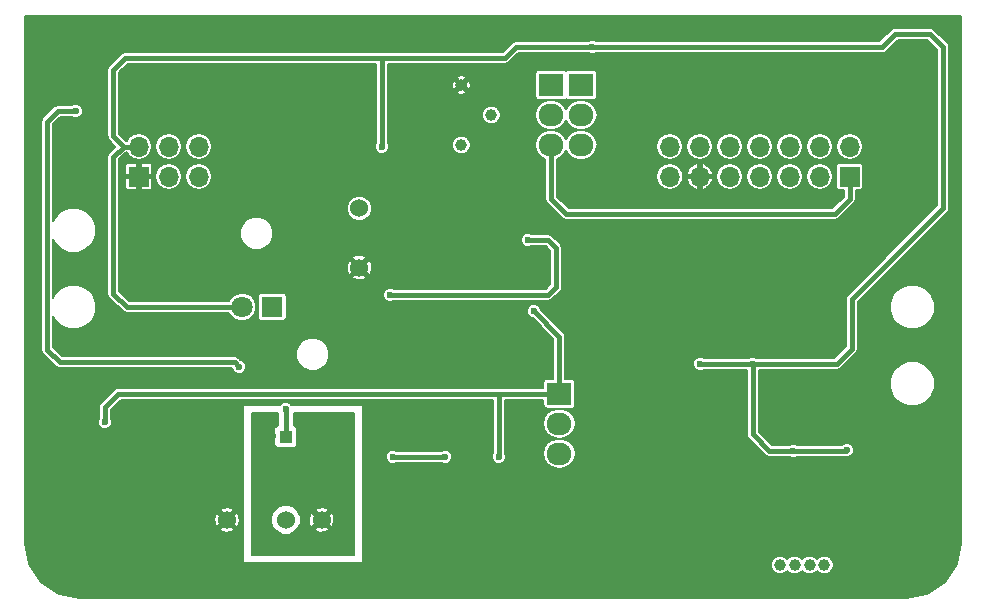
<source format=gbr>
G04 #@! TF.FileFunction,Copper,L2,Bot,Signal*
%FSLAX46Y46*%
G04 Gerber Fmt 4.6, Leading zero omitted, Abs format (unit mm)*
G04 Created by KiCad (PCBNEW 4.0.6-e0-6349~52~ubuntu17.04.1) date Thu Jul  6 18:27:12 2017*
%MOMM*%
%LPD*%
G01*
G04 APERTURE LIST*
%ADD10C,0.100000*%
%ADD11C,0.400000*%
%ADD12C,0.700000*%
%ADD13R,1.000000X1.000000*%
%ADD14R,1.800000X1.800000*%
%ADD15C,1.800000*%
%ADD16C,1.524000*%
%ADD17C,1.000000*%
%ADD18R,2.100000X1.900000*%
%ADD19O,2.100000X1.900000*%
%ADD20R,1.700000X1.700000*%
%ADD21O,1.700000X1.700000*%
%ADD22C,0.600000*%
%ADD23C,0.400000*%
%ADD24C,0.200000*%
G04 APERTURE END LIST*
D10*
D11*
X126492000Y-126873000D03*
X126492000Y-125984000D03*
X126492000Y-124968000D03*
X126492000Y-123952000D03*
X126492000Y-122936000D03*
X126492000Y-121920000D03*
X126492000Y-120904000D03*
X126492000Y-119888000D03*
X128524000Y-119888000D03*
X128524000Y-120904000D03*
X128524000Y-121729500D03*
X131572000Y-122301000D03*
X131572000Y-122936000D03*
X128270000Y-123571000D03*
X128270000Y-124587000D03*
X128270000Y-125603000D03*
X125984000Y-127571500D03*
X125984000Y-128587500D03*
X126365000Y-129413000D03*
X127254000Y-129603500D03*
X128270000Y-129603500D03*
X128778000Y-128905000D03*
X128905000Y-127254000D03*
X129032000Y-128143000D03*
X128270000Y-126619000D03*
D12*
X112014000Y-107696000D03*
X117094000Y-107696000D03*
X114554000Y-107696000D03*
X129794000Y-107696000D03*
X132334000Y-107696000D03*
X137414000Y-107696000D03*
X134874000Y-107696000D03*
X124714000Y-107696000D03*
X127254000Y-107696000D03*
X122174000Y-107696000D03*
X119634000Y-107696000D03*
X169926000Y-107950000D03*
X175006000Y-107950000D03*
X161036000Y-107950000D03*
X164846000Y-107950000D03*
X157226000Y-107950000D03*
X146050000Y-132334000D03*
X146050000Y-129794000D03*
X146050000Y-125730000D03*
X152400000Y-124714000D03*
X152400000Y-122174000D03*
X154686000Y-115824000D03*
X154686000Y-103124000D03*
X154686000Y-100584000D03*
X154686000Y-108204000D03*
X154686000Y-105664000D03*
X154686000Y-110744000D03*
X154686000Y-113284000D03*
X137160000Y-86868000D03*
X142240000Y-86868000D03*
X139700000Y-86868000D03*
X149860000Y-86868000D03*
X152400000Y-86868000D03*
X147320000Y-86868000D03*
X144780000Y-86868000D03*
X162560000Y-86868000D03*
X165100000Y-86868000D03*
X157480000Y-86868000D03*
X160020000Y-86868000D03*
X154940000Y-86868000D03*
X127000000Y-86868000D03*
X124460000Y-86868000D03*
X134620000Y-86868000D03*
X132080000Y-86868000D03*
X129540000Y-86868000D03*
X107442000Y-130048000D03*
X107442000Y-127508000D03*
X107442000Y-122428000D03*
X107442000Y-124968000D03*
X107442000Y-119888000D03*
X109791500Y-97345500D03*
X109791500Y-99885500D03*
X183261000Y-129921000D03*
X183261000Y-127381000D03*
X183261000Y-122301000D03*
X183261000Y-124841000D03*
X183261000Y-114681000D03*
X183261000Y-112141000D03*
X183261000Y-117221000D03*
X183261000Y-119761000D03*
X183261000Y-107061000D03*
X183261000Y-104521000D03*
X183261000Y-109601000D03*
X110490000Y-90678000D03*
X107442000Y-90678000D03*
X115570000Y-90678000D03*
X158750000Y-90678000D03*
X156210000Y-90678000D03*
X166370000Y-90678000D03*
X168910000Y-90678000D03*
X163830000Y-90678000D03*
X161290000Y-90678000D03*
X179070000Y-90678000D03*
X181610000Y-90678000D03*
X173990000Y-90678000D03*
X176530000Y-90678000D03*
X171450000Y-90678000D03*
X138430000Y-90678000D03*
X143510000Y-90678000D03*
X140970000Y-90678000D03*
X146050000Y-90678000D03*
X128270000Y-90678000D03*
X130810000Y-90678000D03*
X133350000Y-90678000D03*
X123190000Y-90678000D03*
X125730000Y-90678000D03*
X120650000Y-90678000D03*
X118110000Y-90678000D03*
X111760000Y-132334000D03*
X109220000Y-132334000D03*
X114300000Y-132334000D03*
X154940000Y-132334000D03*
X160020000Y-132334000D03*
X157480000Y-132334000D03*
X167640000Y-132334000D03*
X165100000Y-132334000D03*
X162560000Y-132334000D03*
X180340000Y-132334000D03*
X182880000Y-132334000D03*
X177800000Y-132334000D03*
X139700000Y-132334000D03*
X142240000Y-132334000D03*
X152400000Y-132334000D03*
X129540000Y-132334000D03*
X132080000Y-132334000D03*
X137160000Y-132334000D03*
X134620000Y-132334000D03*
X124460000Y-132334000D03*
X127000000Y-132334000D03*
X121920000Y-132334000D03*
X119380000Y-132334000D03*
X107442000Y-116586000D03*
X109982000Y-116586000D03*
X112522000Y-116586000D03*
X132842000Y-116586000D03*
X137922000Y-116586000D03*
X135382000Y-116586000D03*
X143002000Y-116586000D03*
X140462000Y-116586000D03*
X130302000Y-116586000D03*
X127762000Y-116586000D03*
X120142000Y-116586000D03*
D13*
X127444500Y-120967500D03*
D14*
X126318000Y-109996000D03*
D15*
X123778000Y-109996000D03*
D16*
X133684000Y-101654000D03*
X133684000Y-106654000D03*
D17*
X169304000Y-131840000D03*
X170554000Y-131840000D03*
X173054000Y-131840000D03*
X171804000Y-131840000D03*
D18*
X150622000Y-117348000D03*
D19*
X150622000Y-119888000D03*
X150622000Y-122428000D03*
D18*
X149940000Y-91200000D03*
D19*
X149940000Y-93740000D03*
X149940000Y-96280000D03*
D18*
X152480000Y-91200000D03*
D19*
X152480000Y-93740000D03*
X152480000Y-96280000D03*
D17*
X142320000Y-96280000D03*
X142320000Y-91200000D03*
X144860000Y-93740000D03*
D20*
X115015000Y-98947000D03*
D21*
X115015000Y-96407000D03*
X117555000Y-98947000D03*
X117555000Y-96407000D03*
X120095000Y-98947000D03*
X120095000Y-96407000D03*
D20*
X175213000Y-98947000D03*
D21*
X175213000Y-96407000D03*
X172673000Y-98947000D03*
X172673000Y-96407000D03*
X170133000Y-98947000D03*
X170133000Y-96407000D03*
X167593000Y-98947000D03*
X167593000Y-96407000D03*
X165053000Y-98947000D03*
X165053000Y-96407000D03*
X162513000Y-98947000D03*
X162513000Y-96407000D03*
X159973000Y-98947000D03*
X159973000Y-96407000D03*
D16*
X130492500Y-128016000D03*
X127468000Y-128016000D03*
X122468000Y-128016000D03*
D22*
X145478500Y-122684500D03*
X140970000Y-122684500D03*
X136525000Y-122682000D03*
X112141000Y-119761000D03*
X148463000Y-110363000D03*
X109664500Y-93408500D03*
X123507500Y-115062000D03*
X127442000Y-118618000D03*
X153416000Y-88011000D03*
X135589000Y-96407000D03*
X162560000Y-114808000D03*
X167005000Y-114808000D03*
X174975000Y-122122000D03*
X170434000Y-122174000D03*
X136290000Y-108980000D03*
X147955000Y-104330500D03*
D23*
X145478500Y-122684500D02*
X145478500Y-117348000D01*
X145478500Y-117348000D02*
X145478500Y-117475000D01*
X145478500Y-117475000D02*
X145478500Y-117348000D01*
X136525000Y-122682000D02*
X140967500Y-122682000D01*
X140967500Y-122682000D02*
X140970000Y-122684500D01*
X150622000Y-117348000D02*
X145478500Y-117348000D01*
X145478500Y-117348000D02*
X142176500Y-117348000D01*
X112141000Y-118491000D02*
X112141000Y-119761000D01*
X113284000Y-117348000D02*
X112141000Y-118491000D01*
X142176500Y-117348000D02*
X113284000Y-117348000D01*
X148463000Y-110363000D02*
X150622000Y-112522000D01*
X150622000Y-112522000D02*
X150622000Y-117348000D01*
X108140500Y-93408500D02*
X109664500Y-93408500D01*
X107251500Y-94297500D02*
X108140500Y-93408500D01*
X107251500Y-113601500D02*
X107251500Y-94297500D01*
X108331000Y-114681000D02*
X107251500Y-113601500D01*
X123126500Y-114681000D02*
X108331000Y-114681000D01*
X123507500Y-115062000D02*
X123126500Y-114681000D01*
X127444500Y-120967500D02*
X127444500Y-118620500D01*
X127444500Y-118620500D02*
X127442000Y-118618000D01*
X135622000Y-88914000D02*
X146036000Y-88914000D01*
X146036000Y-88914000D02*
X146939000Y-88011000D01*
X134446000Y-88914000D02*
X135622000Y-88914000D01*
X112856000Y-95518000D02*
X112856000Y-89930000D01*
X112856000Y-89930000D02*
X113872000Y-88914000D01*
X113872000Y-88914000D02*
X134446000Y-88914000D01*
X135589000Y-90057000D02*
X135589000Y-96407000D01*
X112856000Y-95518000D02*
X113745000Y-96407000D01*
X135589000Y-88947000D02*
X135589000Y-90057000D01*
X135622000Y-88914000D02*
X135589000Y-88947000D01*
X112856000Y-97296000D02*
X113745000Y-96407000D01*
X146939000Y-88011000D02*
X153416000Y-88011000D01*
X112856000Y-108853000D02*
X112856000Y-97296000D01*
X113999000Y-109996000D02*
X112856000Y-108853000D01*
X153416000Y-88011000D02*
X177927000Y-88011000D01*
X177927000Y-88011000D02*
X179070000Y-86868000D01*
X179070000Y-86868000D02*
X181991000Y-86868000D01*
X181991000Y-86868000D02*
X183134000Y-88011000D01*
X183134000Y-88011000D02*
X183134000Y-101600000D01*
X183134000Y-101600000D02*
X175387000Y-109347000D01*
X175387000Y-109347000D02*
X175387000Y-113538000D01*
X174117000Y-114808000D02*
X167005000Y-114808000D01*
X175387000Y-113538000D02*
X174117000Y-114808000D01*
X167005000Y-114808000D02*
X162560000Y-114808000D01*
X162529000Y-114756000D02*
X162560000Y-114787000D01*
X162560000Y-114787000D02*
X162560000Y-114808000D01*
X167005000Y-120777000D02*
X167005000Y-114808000D01*
X168402000Y-122174000D02*
X167005000Y-120777000D01*
X170434000Y-122174000D02*
X168402000Y-122174000D01*
X174923000Y-122174000D02*
X170434000Y-122174000D01*
X174923000Y-122174000D02*
X174975000Y-122122000D01*
X115015000Y-96407000D02*
X113745000Y-96407000D01*
X123778000Y-109996000D02*
X113999000Y-109996000D01*
X115015000Y-96407000D02*
X114888000Y-96407000D01*
X149669500Y-104330500D02*
X147955000Y-104330500D01*
X150368000Y-105029000D02*
X149669500Y-104330500D01*
X150368000Y-108267500D02*
X150368000Y-105029000D01*
X149669500Y-108966000D02*
X150368000Y-108267500D01*
X136304000Y-108966000D02*
X149669500Y-108966000D01*
X136290000Y-108980000D02*
X136304000Y-108966000D01*
X175213000Y-98947000D02*
X175213000Y-100852000D01*
X149940000Y-100852000D02*
X149940000Y-96280000D01*
X151210000Y-102122000D02*
X149940000Y-100852000D01*
X173943000Y-102122000D02*
X151210000Y-102122000D01*
X175213000Y-100852000D02*
X173943000Y-102122000D01*
D24*
G36*
X184650000Y-129965527D02*
X184289705Y-131776854D01*
X183283199Y-133283198D01*
X181776854Y-134289705D01*
X179965527Y-134650000D01*
X110034473Y-134650000D01*
X108223146Y-134289705D01*
X106716802Y-133283199D01*
X105858349Y-131998432D01*
X168503861Y-131998432D01*
X168625397Y-132292572D01*
X168850245Y-132517812D01*
X169144172Y-132639861D01*
X169462432Y-132640139D01*
X169756572Y-132518603D01*
X169929103Y-132346372D01*
X170100245Y-132517812D01*
X170394172Y-132639861D01*
X170712432Y-132640139D01*
X171006572Y-132518603D01*
X171179103Y-132346372D01*
X171350245Y-132517812D01*
X171644172Y-132639861D01*
X171962432Y-132640139D01*
X172256572Y-132518603D01*
X172429103Y-132346372D01*
X172600245Y-132517812D01*
X172894172Y-132639861D01*
X173212432Y-132640139D01*
X173506572Y-132518603D01*
X173731812Y-132293755D01*
X173853861Y-131999828D01*
X173854139Y-131681568D01*
X173732603Y-131387428D01*
X173507755Y-131162188D01*
X173213828Y-131040139D01*
X172895568Y-131039861D01*
X172601428Y-131161397D01*
X172428897Y-131333628D01*
X172257755Y-131162188D01*
X171963828Y-131040139D01*
X171645568Y-131039861D01*
X171351428Y-131161397D01*
X171178897Y-131333628D01*
X171007755Y-131162188D01*
X170713828Y-131040139D01*
X170395568Y-131039861D01*
X170101428Y-131161397D01*
X169928897Y-131333628D01*
X169757755Y-131162188D01*
X169463828Y-131040139D01*
X169145568Y-131039861D01*
X168851428Y-131161397D01*
X168626188Y-131386245D01*
X168504139Y-131680172D01*
X168503861Y-131998432D01*
X105858349Y-131998432D01*
X105710295Y-131776854D01*
X105350000Y-129965527D01*
X105350000Y-128826755D01*
X121869377Y-128826755D01*
X121959032Y-128971730D01*
X122363516Y-129093752D01*
X122783908Y-129051697D01*
X122976968Y-128971730D01*
X123066623Y-128826755D01*
X122468000Y-128228132D01*
X121869377Y-128826755D01*
X105350000Y-128826755D01*
X105350000Y-127911516D01*
X121390248Y-127911516D01*
X121432303Y-128331908D01*
X121512270Y-128524968D01*
X121657245Y-128614623D01*
X122255868Y-128016000D01*
X122680132Y-128016000D01*
X123278755Y-128614623D01*
X123423730Y-128524968D01*
X123545752Y-128120484D01*
X123503697Y-127700092D01*
X123423730Y-127507032D01*
X123278755Y-127417377D01*
X122680132Y-128016000D01*
X122255868Y-128016000D01*
X121657245Y-127417377D01*
X121512270Y-127507032D01*
X121390248Y-127911516D01*
X105350000Y-127911516D01*
X105350000Y-127205245D01*
X121869377Y-127205245D01*
X122468000Y-127803868D01*
X123066623Y-127205245D01*
X122976968Y-127060270D01*
X122572484Y-126938248D01*
X122152092Y-126980303D01*
X121959032Y-127060270D01*
X121869377Y-127205245D01*
X105350000Y-127205245D01*
X105350000Y-119879824D01*
X111540896Y-119879824D01*
X111632048Y-120100429D01*
X111800683Y-120269359D01*
X112021129Y-120360896D01*
X112259824Y-120361104D01*
X112480429Y-120269952D01*
X112649359Y-120101317D01*
X112740896Y-119880871D01*
X112741104Y-119642176D01*
X112649952Y-119421571D01*
X112641000Y-119412603D01*
X112641000Y-118698106D01*
X112975106Y-118364000D01*
X123852000Y-118364000D01*
X123852000Y-131572000D01*
X123859879Y-131610906D01*
X123882273Y-131643681D01*
X123915654Y-131665161D01*
X123952000Y-131672000D01*
X133858000Y-131672000D01*
X133896906Y-131664121D01*
X133929681Y-131641727D01*
X133951161Y-131608346D01*
X133958000Y-131572000D01*
X133958000Y-122800824D01*
X135924896Y-122800824D01*
X136016048Y-123021429D01*
X136184683Y-123190359D01*
X136405129Y-123281896D01*
X136643824Y-123282104D01*
X136864429Y-123190952D01*
X136873397Y-123182000D01*
X140618843Y-123182000D01*
X140629683Y-123192859D01*
X140850129Y-123284396D01*
X141088824Y-123284604D01*
X141309429Y-123193452D01*
X141478359Y-123024817D01*
X141569896Y-122804371D01*
X141570104Y-122565676D01*
X141478952Y-122345071D01*
X141310317Y-122176141D01*
X141089871Y-122084604D01*
X140851176Y-122084396D01*
X140630571Y-122175548D01*
X140624108Y-122182000D01*
X136873661Y-122182000D01*
X136865317Y-122173641D01*
X136644871Y-122082104D01*
X136406176Y-122081896D01*
X136185571Y-122173048D01*
X136016641Y-122341683D01*
X135925104Y-122562129D01*
X135924896Y-122800824D01*
X133958000Y-122800824D01*
X133958000Y-118364000D01*
X133950121Y-118325094D01*
X133927727Y-118292319D01*
X133894346Y-118270839D01*
X133858000Y-118264000D01*
X127936406Y-118264000D01*
X127782317Y-118109641D01*
X127561871Y-118018104D01*
X127323176Y-118017896D01*
X127102571Y-118109048D01*
X126947348Y-118264000D01*
X123952000Y-118264000D01*
X123913094Y-118271879D01*
X123880319Y-118294273D01*
X123858839Y-118327654D01*
X123852000Y-118364000D01*
X112975106Y-118364000D01*
X113491106Y-117848000D01*
X144978500Y-117848000D01*
X144978500Y-122335839D01*
X144970141Y-122344183D01*
X144878604Y-122564629D01*
X144878396Y-122803324D01*
X144969548Y-123023929D01*
X145138183Y-123192859D01*
X145358629Y-123284396D01*
X145597324Y-123284604D01*
X145817929Y-123193452D01*
X145986859Y-123024817D01*
X146078396Y-122804371D01*
X146078604Y-122565676D01*
X146021718Y-122428000D01*
X149245552Y-122428000D01*
X149340703Y-122906354D01*
X149611669Y-123311883D01*
X150017198Y-123582849D01*
X150495552Y-123678000D01*
X150748448Y-123678000D01*
X151226802Y-123582849D01*
X151632331Y-123311883D01*
X151903297Y-122906354D01*
X151998448Y-122428000D01*
X151903297Y-121949646D01*
X151632331Y-121544117D01*
X151226802Y-121273151D01*
X150748448Y-121178000D01*
X150495552Y-121178000D01*
X150017198Y-121273151D01*
X149611669Y-121544117D01*
X149340703Y-121949646D01*
X149245552Y-122428000D01*
X146021718Y-122428000D01*
X145987452Y-122345071D01*
X145978500Y-122336103D01*
X145978500Y-119888000D01*
X149245552Y-119888000D01*
X149340703Y-120366354D01*
X149611669Y-120771883D01*
X150017198Y-121042849D01*
X150495552Y-121138000D01*
X150748448Y-121138000D01*
X151226802Y-121042849D01*
X151632331Y-120771883D01*
X151903297Y-120366354D01*
X151998448Y-119888000D01*
X151903297Y-119409646D01*
X151632331Y-119004117D01*
X151226802Y-118733151D01*
X150748448Y-118638000D01*
X150495552Y-118638000D01*
X150017198Y-118733151D01*
X149611669Y-119004117D01*
X149340703Y-119409646D01*
X149245552Y-119888000D01*
X145978500Y-119888000D01*
X145978500Y-117848000D01*
X149266123Y-117848000D01*
X149266123Y-118298000D01*
X149287042Y-118409173D01*
X149352745Y-118511279D01*
X149452997Y-118579778D01*
X149572000Y-118603877D01*
X151672000Y-118603877D01*
X151783173Y-118582958D01*
X151885279Y-118517255D01*
X151953778Y-118417003D01*
X151977877Y-118298000D01*
X151977877Y-116398000D01*
X151956958Y-116286827D01*
X151891255Y-116184721D01*
X151791003Y-116116222D01*
X151672000Y-116092123D01*
X151122000Y-116092123D01*
X151122000Y-112522000D01*
X151083940Y-112330658D01*
X150975553Y-112168447D01*
X149063094Y-110255988D01*
X149063104Y-110244176D01*
X148971952Y-110023571D01*
X148803317Y-109854641D01*
X148582871Y-109763104D01*
X148344176Y-109762896D01*
X148123571Y-109854048D01*
X147954641Y-110022683D01*
X147863104Y-110243129D01*
X147862896Y-110481824D01*
X147954048Y-110702429D01*
X148122683Y-110871359D01*
X148343129Y-110962896D01*
X148355801Y-110962907D01*
X150122000Y-112729106D01*
X150122000Y-116092123D01*
X149572000Y-116092123D01*
X149460827Y-116113042D01*
X149358721Y-116178745D01*
X149290222Y-116278997D01*
X149266123Y-116398000D01*
X149266123Y-116848000D01*
X113284000Y-116848000D01*
X113092658Y-116886060D01*
X112930447Y-116994447D01*
X111787447Y-118137447D01*
X111679060Y-118299658D01*
X111641000Y-118491000D01*
X111641000Y-119412339D01*
X111632641Y-119420683D01*
X111541104Y-119641129D01*
X111540896Y-119879824D01*
X105350000Y-119879824D01*
X105350000Y-94297500D01*
X106751500Y-94297500D01*
X106751500Y-113601500D01*
X106775131Y-113720301D01*
X106789560Y-113792842D01*
X106897947Y-113955053D01*
X107977447Y-115034554D01*
X108074686Y-115099526D01*
X108139658Y-115142940D01*
X108331000Y-115181000D01*
X122907469Y-115181000D01*
X122998548Y-115401429D01*
X123167183Y-115570359D01*
X123387629Y-115661896D01*
X123626324Y-115662104D01*
X123846929Y-115570952D01*
X124015859Y-115402317D01*
X124107396Y-115181871D01*
X124107604Y-114943176D01*
X124016452Y-114722571D01*
X123847817Y-114553641D01*
X123627371Y-114462104D01*
X123614699Y-114462093D01*
X123480053Y-114327447D01*
X123404938Y-114277256D01*
X128349757Y-114277256D01*
X128562445Y-114792000D01*
X128955928Y-115186170D01*
X129470301Y-115399757D01*
X130027256Y-115400243D01*
X130542000Y-115187555D01*
X130936170Y-114794072D01*
X131149757Y-114279699D01*
X131150243Y-113722744D01*
X130937555Y-113208000D01*
X130544072Y-112813830D01*
X130029699Y-112600243D01*
X129472744Y-112599757D01*
X128958000Y-112812445D01*
X128563830Y-113205928D01*
X128350243Y-113720301D01*
X128349757Y-114277256D01*
X123404938Y-114277256D01*
X123317842Y-114219060D01*
X123126500Y-114181000D01*
X108538107Y-114181000D01*
X107751500Y-113394394D01*
X107751500Y-110743729D01*
X107888319Y-111074857D01*
X108422331Y-111609802D01*
X109120409Y-111899669D01*
X109876275Y-111900329D01*
X110574857Y-111611681D01*
X111109802Y-111077669D01*
X111399669Y-110379591D01*
X111400329Y-109623725D01*
X111111681Y-108925143D01*
X110577669Y-108390198D01*
X109879591Y-108100331D01*
X109123725Y-108099671D01*
X108425143Y-108388319D01*
X107890198Y-108922331D01*
X107751500Y-109256353D01*
X107751500Y-104243729D01*
X107888319Y-104574857D01*
X108422331Y-105109802D01*
X109120409Y-105399669D01*
X109876275Y-105400329D01*
X110574857Y-105111681D01*
X111109802Y-104577669D01*
X111399669Y-103879591D01*
X111400329Y-103123725D01*
X111111681Y-102425143D01*
X110577669Y-101890198D01*
X109879591Y-101600331D01*
X109123725Y-101599671D01*
X108425143Y-101888319D01*
X107890198Y-102422331D01*
X107751500Y-102756353D01*
X107751500Y-94504606D01*
X108347606Y-93908500D01*
X109315839Y-93908500D01*
X109324183Y-93916859D01*
X109544629Y-94008396D01*
X109783324Y-94008604D01*
X110003929Y-93917452D01*
X110172859Y-93748817D01*
X110264396Y-93528371D01*
X110264604Y-93289676D01*
X110173452Y-93069071D01*
X110004817Y-92900141D01*
X109784371Y-92808604D01*
X109545676Y-92808396D01*
X109325071Y-92899548D01*
X109316103Y-92908500D01*
X108140500Y-92908500D01*
X107949158Y-92946560D01*
X107786947Y-93054947D01*
X106897947Y-93943947D01*
X106789560Y-94106158D01*
X106751500Y-94297500D01*
X105350000Y-94297500D01*
X105350000Y-89930000D01*
X112356000Y-89930000D01*
X112356000Y-95518000D01*
X112372589Y-95601397D01*
X112394060Y-95709342D01*
X112502447Y-95871553D01*
X113037894Y-96407000D01*
X112502447Y-96942447D01*
X112394060Y-97104658D01*
X112356000Y-97296000D01*
X112356000Y-108853000D01*
X112394060Y-109044342D01*
X112502447Y-109206553D01*
X113645447Y-110349553D01*
X113807658Y-110457940D01*
X113999000Y-110496000D01*
X122686195Y-110496000D01*
X122760097Y-110674857D01*
X123097367Y-111012717D01*
X123538258Y-111195791D01*
X124015647Y-111196207D01*
X124456857Y-111013903D01*
X124794717Y-110676633D01*
X124977791Y-110235742D01*
X124978207Y-109758353D01*
X124795903Y-109317143D01*
X124575147Y-109096000D01*
X125112123Y-109096000D01*
X125112123Y-110896000D01*
X125133042Y-111007173D01*
X125198745Y-111109279D01*
X125298997Y-111177778D01*
X125418000Y-111201877D01*
X127218000Y-111201877D01*
X127329173Y-111180958D01*
X127431279Y-111115255D01*
X127499778Y-111015003D01*
X127523877Y-110896000D01*
X127523877Y-109098824D01*
X135689896Y-109098824D01*
X135781048Y-109319429D01*
X135949683Y-109488359D01*
X136170129Y-109579896D01*
X136408824Y-109580104D01*
X136629429Y-109488952D01*
X136652421Y-109466000D01*
X149669500Y-109466000D01*
X149860842Y-109427940D01*
X150023053Y-109319553D01*
X150721553Y-108621054D01*
X150829940Y-108458842D01*
X150868000Y-108267500D01*
X150868000Y-105029000D01*
X150829940Y-104837658D01*
X150799726Y-104792440D01*
X150721553Y-104675446D01*
X150023053Y-103976947D01*
X149860842Y-103868560D01*
X149669500Y-103830500D01*
X148303661Y-103830500D01*
X148295317Y-103822141D01*
X148074871Y-103730604D01*
X147836176Y-103730396D01*
X147615571Y-103821548D01*
X147446641Y-103990183D01*
X147355104Y-104210629D01*
X147354896Y-104449324D01*
X147446048Y-104669929D01*
X147614683Y-104838859D01*
X147835129Y-104930396D01*
X148073824Y-104930604D01*
X148294429Y-104839452D01*
X148303397Y-104830500D01*
X149462394Y-104830500D01*
X149868000Y-105236107D01*
X149868000Y-108060393D01*
X149462394Y-108466000D01*
X136616732Y-108466000D01*
X136409871Y-108380104D01*
X136171176Y-108379896D01*
X135950571Y-108471048D01*
X135781641Y-108639683D01*
X135690104Y-108860129D01*
X135689896Y-109098824D01*
X127523877Y-109098824D01*
X127523877Y-109096000D01*
X127502958Y-108984827D01*
X127437255Y-108882721D01*
X127337003Y-108814222D01*
X127218000Y-108790123D01*
X125418000Y-108790123D01*
X125306827Y-108811042D01*
X125204721Y-108876745D01*
X125136222Y-108976997D01*
X125112123Y-109096000D01*
X124575147Y-109096000D01*
X124458633Y-108979283D01*
X124017742Y-108796209D01*
X123540353Y-108795793D01*
X123099143Y-108978097D01*
X122761283Y-109315367D01*
X122686278Y-109496000D01*
X114206106Y-109496000D01*
X113356000Y-108645894D01*
X113356000Y-107464755D01*
X133085377Y-107464755D01*
X133175032Y-107609730D01*
X133579516Y-107731752D01*
X133999908Y-107689697D01*
X134192968Y-107609730D01*
X134282623Y-107464755D01*
X133684000Y-106866132D01*
X133085377Y-107464755D01*
X113356000Y-107464755D01*
X113356000Y-106549516D01*
X132606248Y-106549516D01*
X132648303Y-106969908D01*
X132728270Y-107162968D01*
X132873245Y-107252623D01*
X133471868Y-106654000D01*
X133896132Y-106654000D01*
X134494755Y-107252623D01*
X134639730Y-107162968D01*
X134761752Y-106758484D01*
X134719697Y-106338092D01*
X134639730Y-106145032D01*
X134494755Y-106055377D01*
X133896132Y-106654000D01*
X133471868Y-106654000D01*
X132873245Y-106055377D01*
X132728270Y-106145032D01*
X132606248Y-106549516D01*
X113356000Y-106549516D01*
X113356000Y-105843245D01*
X133085377Y-105843245D01*
X133684000Y-106441868D01*
X134282623Y-105843245D01*
X134192968Y-105698270D01*
X133788484Y-105576248D01*
X133368092Y-105618303D01*
X133175032Y-105698270D01*
X133085377Y-105843245D01*
X113356000Y-105843245D01*
X113356000Y-104027256D01*
X123599757Y-104027256D01*
X123812445Y-104542000D01*
X124205928Y-104936170D01*
X124720301Y-105149757D01*
X125277256Y-105150243D01*
X125792000Y-104937555D01*
X126186170Y-104544072D01*
X126399757Y-104029699D01*
X126400243Y-103472744D01*
X126187555Y-102958000D01*
X125794072Y-102563830D01*
X125279699Y-102350243D01*
X124722744Y-102349757D01*
X124208000Y-102562445D01*
X123813830Y-102955928D01*
X123600243Y-103470301D01*
X123599757Y-104027256D01*
X113356000Y-104027256D01*
X113356000Y-101864318D01*
X132621816Y-101864318D01*
X132783155Y-102254789D01*
X133081640Y-102553795D01*
X133471828Y-102715815D01*
X133894318Y-102716184D01*
X134284789Y-102554845D01*
X134583795Y-102256360D01*
X134745815Y-101866172D01*
X134746184Y-101443682D01*
X134584845Y-101053211D01*
X134286360Y-100754205D01*
X133896172Y-100592185D01*
X133473682Y-100591816D01*
X133083211Y-100753155D01*
X132784205Y-101051640D01*
X132622185Y-101441828D01*
X132621816Y-101864318D01*
X113356000Y-101864318D01*
X113356000Y-99172000D01*
X113865000Y-99172000D01*
X113865000Y-99856674D01*
X113910672Y-99966937D01*
X113995064Y-100051328D01*
X114105327Y-100097000D01*
X114790000Y-100097000D01*
X114865000Y-100022000D01*
X114865000Y-99097000D01*
X115165000Y-99097000D01*
X115165000Y-100022000D01*
X115240000Y-100097000D01*
X115924673Y-100097000D01*
X116034936Y-100051328D01*
X116119328Y-99966937D01*
X116165000Y-99856674D01*
X116165000Y-99172000D01*
X116090000Y-99097000D01*
X115165000Y-99097000D01*
X114865000Y-99097000D01*
X113940000Y-99097000D01*
X113865000Y-99172000D01*
X113356000Y-99172000D01*
X113356000Y-98924470D01*
X116405000Y-98924470D01*
X116405000Y-98969530D01*
X116492539Y-99409616D01*
X116741827Y-99782703D01*
X117114914Y-100031991D01*
X117555000Y-100119530D01*
X117995086Y-100031991D01*
X118368173Y-99782703D01*
X118617461Y-99409616D01*
X118705000Y-98969530D01*
X118705000Y-98924470D01*
X118945000Y-98924470D01*
X118945000Y-98969530D01*
X119032539Y-99409616D01*
X119281827Y-99782703D01*
X119654914Y-100031991D01*
X120095000Y-100119530D01*
X120535086Y-100031991D01*
X120908173Y-99782703D01*
X121157461Y-99409616D01*
X121245000Y-98969530D01*
X121245000Y-98924470D01*
X121157461Y-98484384D01*
X120908173Y-98111297D01*
X120535086Y-97862009D01*
X120095000Y-97774470D01*
X119654914Y-97862009D01*
X119281827Y-98111297D01*
X119032539Y-98484384D01*
X118945000Y-98924470D01*
X118705000Y-98924470D01*
X118617461Y-98484384D01*
X118368173Y-98111297D01*
X117995086Y-97862009D01*
X117555000Y-97774470D01*
X117114914Y-97862009D01*
X116741827Y-98111297D01*
X116492539Y-98484384D01*
X116405000Y-98924470D01*
X113356000Y-98924470D01*
X113356000Y-98037326D01*
X113865000Y-98037326D01*
X113865000Y-98722000D01*
X113940000Y-98797000D01*
X114865000Y-98797000D01*
X114865000Y-97872000D01*
X115165000Y-97872000D01*
X115165000Y-98797000D01*
X116090000Y-98797000D01*
X116165000Y-98722000D01*
X116165000Y-98037326D01*
X116119328Y-97927063D01*
X116034936Y-97842672D01*
X115924673Y-97797000D01*
X115240000Y-97797000D01*
X115165000Y-97872000D01*
X114865000Y-97872000D01*
X114790000Y-97797000D01*
X114105327Y-97797000D01*
X113995064Y-97842672D01*
X113910672Y-97927063D01*
X113865000Y-98037326D01*
X113356000Y-98037326D01*
X113356000Y-97503106D01*
X113952106Y-96907000D01*
X113977518Y-96907000D01*
X114201827Y-97242703D01*
X114574914Y-97491991D01*
X115015000Y-97579530D01*
X115455086Y-97491991D01*
X115828173Y-97242703D01*
X116077461Y-96869616D01*
X116165000Y-96429530D01*
X116165000Y-96384470D01*
X116405000Y-96384470D01*
X116405000Y-96429530D01*
X116492539Y-96869616D01*
X116741827Y-97242703D01*
X117114914Y-97491991D01*
X117555000Y-97579530D01*
X117995086Y-97491991D01*
X118368173Y-97242703D01*
X118617461Y-96869616D01*
X118705000Y-96429530D01*
X118705000Y-96384470D01*
X118945000Y-96384470D01*
X118945000Y-96429530D01*
X119032539Y-96869616D01*
X119281827Y-97242703D01*
X119654914Y-97491991D01*
X120095000Y-97579530D01*
X120535086Y-97491991D01*
X120908173Y-97242703D01*
X121157461Y-96869616D01*
X121245000Y-96429530D01*
X121245000Y-96384470D01*
X121157461Y-95944384D01*
X120908173Y-95571297D01*
X120535086Y-95322009D01*
X120095000Y-95234470D01*
X119654914Y-95322009D01*
X119281827Y-95571297D01*
X119032539Y-95944384D01*
X118945000Y-96384470D01*
X118705000Y-96384470D01*
X118617461Y-95944384D01*
X118368173Y-95571297D01*
X117995086Y-95322009D01*
X117555000Y-95234470D01*
X117114914Y-95322009D01*
X116741827Y-95571297D01*
X116492539Y-95944384D01*
X116405000Y-96384470D01*
X116165000Y-96384470D01*
X116077461Y-95944384D01*
X115828173Y-95571297D01*
X115455086Y-95322009D01*
X115015000Y-95234470D01*
X114574914Y-95322009D01*
X114201827Y-95571297D01*
X113977518Y-95907000D01*
X113952106Y-95907000D01*
X113356000Y-95310894D01*
X113356000Y-90137106D01*
X114079106Y-89414000D01*
X135089000Y-89414000D01*
X135089000Y-96058339D01*
X135080641Y-96066683D01*
X134989104Y-96287129D01*
X134988896Y-96525824D01*
X135080048Y-96746429D01*
X135248683Y-96915359D01*
X135469129Y-97006896D01*
X135707824Y-97007104D01*
X135928429Y-96915952D01*
X136097359Y-96747317D01*
X136188896Y-96526871D01*
X136188973Y-96438432D01*
X141519861Y-96438432D01*
X141641397Y-96732572D01*
X141866245Y-96957812D01*
X142160172Y-97079861D01*
X142478432Y-97080139D01*
X142772572Y-96958603D01*
X142997812Y-96733755D01*
X143119861Y-96439828D01*
X143120000Y-96280000D01*
X148563552Y-96280000D01*
X148658703Y-96758354D01*
X148929669Y-97163883D01*
X149335198Y-97434849D01*
X149440000Y-97455696D01*
X149440000Y-100852000D01*
X149478060Y-101043342D01*
X149586447Y-101205553D01*
X150856446Y-102475553D01*
X151018658Y-102583940D01*
X151210000Y-102622000D01*
X173943000Y-102622000D01*
X174134342Y-102583940D01*
X174296553Y-102475553D01*
X175566553Y-101205554D01*
X175674940Y-101043342D01*
X175713000Y-100852000D01*
X175713000Y-100102877D01*
X176063000Y-100102877D01*
X176174173Y-100081958D01*
X176276279Y-100016255D01*
X176344778Y-99916003D01*
X176368877Y-99797000D01*
X176368877Y-98097000D01*
X176347958Y-97985827D01*
X176282255Y-97883721D01*
X176182003Y-97815222D01*
X176063000Y-97791123D01*
X174363000Y-97791123D01*
X174251827Y-97812042D01*
X174149721Y-97877745D01*
X174081222Y-97977997D01*
X174057123Y-98097000D01*
X174057123Y-99797000D01*
X174078042Y-99908173D01*
X174143745Y-100010279D01*
X174243997Y-100078778D01*
X174363000Y-100102877D01*
X174713000Y-100102877D01*
X174713000Y-100644893D01*
X173735894Y-101622000D01*
X151417107Y-101622000D01*
X150440000Y-100644894D01*
X150440000Y-98924470D01*
X158823000Y-98924470D01*
X158823000Y-98969530D01*
X158910539Y-99409616D01*
X159159827Y-99782703D01*
X159532914Y-100031991D01*
X159973000Y-100119530D01*
X160413086Y-100031991D01*
X160786173Y-99782703D01*
X161035461Y-99409616D01*
X161062532Y-99273518D01*
X161410313Y-99273518D01*
X161619203Y-99670643D01*
X161964165Y-99957600D01*
X162186484Y-100049672D01*
X162363000Y-100011483D01*
X162363000Y-99097000D01*
X162663000Y-99097000D01*
X162663000Y-100011483D01*
X162839516Y-100049672D01*
X163061835Y-99957600D01*
X163406797Y-99670643D01*
X163615687Y-99273518D01*
X163578190Y-99097000D01*
X162663000Y-99097000D01*
X162363000Y-99097000D01*
X161447810Y-99097000D01*
X161410313Y-99273518D01*
X161062532Y-99273518D01*
X161123000Y-98969530D01*
X161123000Y-98924470D01*
X163903000Y-98924470D01*
X163903000Y-98969530D01*
X163990539Y-99409616D01*
X164239827Y-99782703D01*
X164612914Y-100031991D01*
X165053000Y-100119530D01*
X165493086Y-100031991D01*
X165866173Y-99782703D01*
X166115461Y-99409616D01*
X166203000Y-98969530D01*
X166203000Y-98924470D01*
X166443000Y-98924470D01*
X166443000Y-98969530D01*
X166530539Y-99409616D01*
X166779827Y-99782703D01*
X167152914Y-100031991D01*
X167593000Y-100119530D01*
X168033086Y-100031991D01*
X168406173Y-99782703D01*
X168655461Y-99409616D01*
X168743000Y-98969530D01*
X168743000Y-98924470D01*
X168983000Y-98924470D01*
X168983000Y-98969530D01*
X169070539Y-99409616D01*
X169319827Y-99782703D01*
X169692914Y-100031991D01*
X170133000Y-100119530D01*
X170573086Y-100031991D01*
X170946173Y-99782703D01*
X171195461Y-99409616D01*
X171283000Y-98969530D01*
X171283000Y-98924470D01*
X171523000Y-98924470D01*
X171523000Y-98969530D01*
X171610539Y-99409616D01*
X171859827Y-99782703D01*
X172232914Y-100031991D01*
X172673000Y-100119530D01*
X173113086Y-100031991D01*
X173486173Y-99782703D01*
X173735461Y-99409616D01*
X173823000Y-98969530D01*
X173823000Y-98924470D01*
X173735461Y-98484384D01*
X173486173Y-98111297D01*
X173113086Y-97862009D01*
X172673000Y-97774470D01*
X172232914Y-97862009D01*
X171859827Y-98111297D01*
X171610539Y-98484384D01*
X171523000Y-98924470D01*
X171283000Y-98924470D01*
X171195461Y-98484384D01*
X170946173Y-98111297D01*
X170573086Y-97862009D01*
X170133000Y-97774470D01*
X169692914Y-97862009D01*
X169319827Y-98111297D01*
X169070539Y-98484384D01*
X168983000Y-98924470D01*
X168743000Y-98924470D01*
X168655461Y-98484384D01*
X168406173Y-98111297D01*
X168033086Y-97862009D01*
X167593000Y-97774470D01*
X167152914Y-97862009D01*
X166779827Y-98111297D01*
X166530539Y-98484384D01*
X166443000Y-98924470D01*
X166203000Y-98924470D01*
X166115461Y-98484384D01*
X165866173Y-98111297D01*
X165493086Y-97862009D01*
X165053000Y-97774470D01*
X164612914Y-97862009D01*
X164239827Y-98111297D01*
X163990539Y-98484384D01*
X163903000Y-98924470D01*
X161123000Y-98924470D01*
X161062533Y-98620482D01*
X161410313Y-98620482D01*
X161447810Y-98797000D01*
X162363000Y-98797000D01*
X162363000Y-97882517D01*
X162663000Y-97882517D01*
X162663000Y-98797000D01*
X163578190Y-98797000D01*
X163615687Y-98620482D01*
X163406797Y-98223357D01*
X163061835Y-97936400D01*
X162839516Y-97844328D01*
X162663000Y-97882517D01*
X162363000Y-97882517D01*
X162186484Y-97844328D01*
X161964165Y-97936400D01*
X161619203Y-98223357D01*
X161410313Y-98620482D01*
X161062533Y-98620482D01*
X161035461Y-98484384D01*
X160786173Y-98111297D01*
X160413086Y-97862009D01*
X159973000Y-97774470D01*
X159532914Y-97862009D01*
X159159827Y-98111297D01*
X158910539Y-98484384D01*
X158823000Y-98924470D01*
X150440000Y-98924470D01*
X150440000Y-97455696D01*
X150544802Y-97434849D01*
X150950331Y-97163883D01*
X151210000Y-96775261D01*
X151469669Y-97163883D01*
X151875198Y-97434849D01*
X152353552Y-97530000D01*
X152606448Y-97530000D01*
X153084802Y-97434849D01*
X153490331Y-97163883D01*
X153761297Y-96758354D01*
X153835667Y-96384470D01*
X158823000Y-96384470D01*
X158823000Y-96429530D01*
X158910539Y-96869616D01*
X159159827Y-97242703D01*
X159532914Y-97491991D01*
X159973000Y-97579530D01*
X160413086Y-97491991D01*
X160786173Y-97242703D01*
X161035461Y-96869616D01*
X161123000Y-96429530D01*
X161123000Y-96384470D01*
X161363000Y-96384470D01*
X161363000Y-96429530D01*
X161450539Y-96869616D01*
X161699827Y-97242703D01*
X162072914Y-97491991D01*
X162513000Y-97579530D01*
X162953086Y-97491991D01*
X163326173Y-97242703D01*
X163575461Y-96869616D01*
X163663000Y-96429530D01*
X163663000Y-96384470D01*
X163903000Y-96384470D01*
X163903000Y-96429530D01*
X163990539Y-96869616D01*
X164239827Y-97242703D01*
X164612914Y-97491991D01*
X165053000Y-97579530D01*
X165493086Y-97491991D01*
X165866173Y-97242703D01*
X166115461Y-96869616D01*
X166203000Y-96429530D01*
X166203000Y-96384470D01*
X166443000Y-96384470D01*
X166443000Y-96429530D01*
X166530539Y-96869616D01*
X166779827Y-97242703D01*
X167152914Y-97491991D01*
X167593000Y-97579530D01*
X168033086Y-97491991D01*
X168406173Y-97242703D01*
X168655461Y-96869616D01*
X168743000Y-96429530D01*
X168743000Y-96384470D01*
X168983000Y-96384470D01*
X168983000Y-96429530D01*
X169070539Y-96869616D01*
X169319827Y-97242703D01*
X169692914Y-97491991D01*
X170133000Y-97579530D01*
X170573086Y-97491991D01*
X170946173Y-97242703D01*
X171195461Y-96869616D01*
X171283000Y-96429530D01*
X171283000Y-96384470D01*
X171523000Y-96384470D01*
X171523000Y-96429530D01*
X171610539Y-96869616D01*
X171859827Y-97242703D01*
X172232914Y-97491991D01*
X172673000Y-97579530D01*
X173113086Y-97491991D01*
X173486173Y-97242703D01*
X173735461Y-96869616D01*
X173823000Y-96429530D01*
X173823000Y-96384470D01*
X174063000Y-96384470D01*
X174063000Y-96429530D01*
X174150539Y-96869616D01*
X174399827Y-97242703D01*
X174772914Y-97491991D01*
X175213000Y-97579530D01*
X175653086Y-97491991D01*
X176026173Y-97242703D01*
X176275461Y-96869616D01*
X176363000Y-96429530D01*
X176363000Y-96384470D01*
X176275461Y-95944384D01*
X176026173Y-95571297D01*
X175653086Y-95322009D01*
X175213000Y-95234470D01*
X174772914Y-95322009D01*
X174399827Y-95571297D01*
X174150539Y-95944384D01*
X174063000Y-96384470D01*
X173823000Y-96384470D01*
X173735461Y-95944384D01*
X173486173Y-95571297D01*
X173113086Y-95322009D01*
X172673000Y-95234470D01*
X172232914Y-95322009D01*
X171859827Y-95571297D01*
X171610539Y-95944384D01*
X171523000Y-96384470D01*
X171283000Y-96384470D01*
X171195461Y-95944384D01*
X170946173Y-95571297D01*
X170573086Y-95322009D01*
X170133000Y-95234470D01*
X169692914Y-95322009D01*
X169319827Y-95571297D01*
X169070539Y-95944384D01*
X168983000Y-96384470D01*
X168743000Y-96384470D01*
X168655461Y-95944384D01*
X168406173Y-95571297D01*
X168033086Y-95322009D01*
X167593000Y-95234470D01*
X167152914Y-95322009D01*
X166779827Y-95571297D01*
X166530539Y-95944384D01*
X166443000Y-96384470D01*
X166203000Y-96384470D01*
X166115461Y-95944384D01*
X165866173Y-95571297D01*
X165493086Y-95322009D01*
X165053000Y-95234470D01*
X164612914Y-95322009D01*
X164239827Y-95571297D01*
X163990539Y-95944384D01*
X163903000Y-96384470D01*
X163663000Y-96384470D01*
X163575461Y-95944384D01*
X163326173Y-95571297D01*
X162953086Y-95322009D01*
X162513000Y-95234470D01*
X162072914Y-95322009D01*
X161699827Y-95571297D01*
X161450539Y-95944384D01*
X161363000Y-96384470D01*
X161123000Y-96384470D01*
X161035461Y-95944384D01*
X160786173Y-95571297D01*
X160413086Y-95322009D01*
X159973000Y-95234470D01*
X159532914Y-95322009D01*
X159159827Y-95571297D01*
X158910539Y-95944384D01*
X158823000Y-96384470D01*
X153835667Y-96384470D01*
X153856448Y-96280000D01*
X153761297Y-95801646D01*
X153490331Y-95396117D01*
X153084802Y-95125151D01*
X152606448Y-95030000D01*
X152353552Y-95030000D01*
X151875198Y-95125151D01*
X151469669Y-95396117D01*
X151210000Y-95784739D01*
X150950331Y-95396117D01*
X150544802Y-95125151D01*
X150066448Y-95030000D01*
X149813552Y-95030000D01*
X149335198Y-95125151D01*
X148929669Y-95396117D01*
X148658703Y-95801646D01*
X148563552Y-96280000D01*
X143120000Y-96280000D01*
X143120139Y-96121568D01*
X142998603Y-95827428D01*
X142773755Y-95602188D01*
X142479828Y-95480139D01*
X142161568Y-95479861D01*
X141867428Y-95601397D01*
X141642188Y-95826245D01*
X141520139Y-96120172D01*
X141519861Y-96438432D01*
X136188973Y-96438432D01*
X136189104Y-96288176D01*
X136097952Y-96067571D01*
X136089000Y-96058603D01*
X136089000Y-93898432D01*
X144059861Y-93898432D01*
X144181397Y-94192572D01*
X144406245Y-94417812D01*
X144700172Y-94539861D01*
X145018432Y-94540139D01*
X145312572Y-94418603D01*
X145537812Y-94193755D01*
X145659861Y-93899828D01*
X145660000Y-93740000D01*
X148563552Y-93740000D01*
X148658703Y-94218354D01*
X148929669Y-94623883D01*
X149335198Y-94894849D01*
X149813552Y-94990000D01*
X150066448Y-94990000D01*
X150544802Y-94894849D01*
X150950331Y-94623883D01*
X151210000Y-94235261D01*
X151469669Y-94623883D01*
X151875198Y-94894849D01*
X152353552Y-94990000D01*
X152606448Y-94990000D01*
X153084802Y-94894849D01*
X153490331Y-94623883D01*
X153761297Y-94218354D01*
X153856448Y-93740000D01*
X153761297Y-93261646D01*
X153490331Y-92856117D01*
X153084802Y-92585151D01*
X152606448Y-92490000D01*
X152353552Y-92490000D01*
X151875198Y-92585151D01*
X151469669Y-92856117D01*
X151210000Y-93244739D01*
X150950331Y-92856117D01*
X150544802Y-92585151D01*
X150066448Y-92490000D01*
X149813552Y-92490000D01*
X149335198Y-92585151D01*
X148929669Y-92856117D01*
X148658703Y-93261646D01*
X148563552Y-93740000D01*
X145660000Y-93740000D01*
X145660139Y-93581568D01*
X145538603Y-93287428D01*
X145313755Y-93062188D01*
X145019828Y-92940139D01*
X144701568Y-92939861D01*
X144407428Y-93061397D01*
X144182188Y-93286245D01*
X144060139Y-93580172D01*
X144059861Y-93898432D01*
X136089000Y-93898432D01*
X136089000Y-91818948D01*
X141913184Y-91818948D01*
X141970088Y-91936807D01*
X142278687Y-92014626D01*
X142593576Y-91968426D01*
X142669912Y-91936807D01*
X142726816Y-91818948D01*
X142320000Y-91412132D01*
X141913184Y-91818948D01*
X136089000Y-91818948D01*
X136089000Y-91158687D01*
X141505374Y-91158687D01*
X141551574Y-91473576D01*
X141583193Y-91549912D01*
X141701052Y-91606816D01*
X142107868Y-91200000D01*
X142532132Y-91200000D01*
X142938948Y-91606816D01*
X143056807Y-91549912D01*
X143134626Y-91241313D01*
X143088426Y-90926424D01*
X143056807Y-90850088D01*
X142938948Y-90793184D01*
X142532132Y-91200000D01*
X142107868Y-91200000D01*
X141701052Y-90793184D01*
X141583193Y-90850088D01*
X141505374Y-91158687D01*
X136089000Y-91158687D01*
X136089000Y-90581052D01*
X141913184Y-90581052D01*
X142320000Y-90987868D01*
X142726816Y-90581052D01*
X142669912Y-90463193D01*
X142361313Y-90385374D01*
X142046424Y-90431574D01*
X141970088Y-90463193D01*
X141913184Y-90581052D01*
X136089000Y-90581052D01*
X136089000Y-90250000D01*
X148584123Y-90250000D01*
X148584123Y-92150000D01*
X148605042Y-92261173D01*
X148670745Y-92363279D01*
X148770997Y-92431778D01*
X148890000Y-92455877D01*
X150990000Y-92455877D01*
X151101173Y-92434958D01*
X151203279Y-92369255D01*
X151209104Y-92360729D01*
X151210745Y-92363279D01*
X151310997Y-92431778D01*
X151430000Y-92455877D01*
X153530000Y-92455877D01*
X153641173Y-92434958D01*
X153743279Y-92369255D01*
X153811778Y-92269003D01*
X153835877Y-92150000D01*
X153835877Y-90250000D01*
X153814958Y-90138827D01*
X153749255Y-90036721D01*
X153649003Y-89968222D01*
X153530000Y-89944123D01*
X151430000Y-89944123D01*
X151318827Y-89965042D01*
X151216721Y-90030745D01*
X151210896Y-90039271D01*
X151209255Y-90036721D01*
X151109003Y-89968222D01*
X150990000Y-89944123D01*
X148890000Y-89944123D01*
X148778827Y-89965042D01*
X148676721Y-90030745D01*
X148608222Y-90130997D01*
X148584123Y-90250000D01*
X136089000Y-90250000D01*
X136089000Y-89414000D01*
X146036000Y-89414000D01*
X146227342Y-89375940D01*
X146389553Y-89267553D01*
X147146106Y-88511000D01*
X153067339Y-88511000D01*
X153075683Y-88519359D01*
X153296129Y-88610896D01*
X153534824Y-88611104D01*
X153755429Y-88519952D01*
X153764397Y-88511000D01*
X177927000Y-88511000D01*
X178118342Y-88472940D01*
X178280553Y-88364553D01*
X179277106Y-87368000D01*
X181783894Y-87368000D01*
X182634000Y-88218106D01*
X182634000Y-101392893D01*
X175033447Y-108993447D01*
X174925060Y-109155658D01*
X174887000Y-109347000D01*
X174887000Y-113330893D01*
X173909894Y-114308000D01*
X167353661Y-114308000D01*
X167345317Y-114299641D01*
X167124871Y-114208104D01*
X166886176Y-114207896D01*
X166665571Y-114299048D01*
X166656603Y-114308000D01*
X162908661Y-114308000D01*
X162900317Y-114299641D01*
X162679871Y-114208104D01*
X162441176Y-114207896D01*
X162220571Y-114299048D01*
X162051641Y-114467683D01*
X161960104Y-114688129D01*
X161959896Y-114926824D01*
X162051048Y-115147429D01*
X162219683Y-115316359D01*
X162440129Y-115407896D01*
X162678824Y-115408104D01*
X162899429Y-115316952D01*
X162908397Y-115308000D01*
X166505000Y-115308000D01*
X166505000Y-120777000D01*
X166542893Y-120967500D01*
X166543060Y-120968342D01*
X166651447Y-121130553D01*
X168048446Y-122527553D01*
X168203193Y-122630952D01*
X168210658Y-122635940D01*
X168402000Y-122674000D01*
X170085339Y-122674000D01*
X170093683Y-122682359D01*
X170314129Y-122773896D01*
X170552824Y-122774104D01*
X170773429Y-122682952D01*
X170782397Y-122674000D01*
X174739782Y-122674000D01*
X174855129Y-122721896D01*
X175093824Y-122722104D01*
X175314429Y-122630952D01*
X175483359Y-122462317D01*
X175574896Y-122241871D01*
X175575104Y-122003176D01*
X175483952Y-121782571D01*
X175315317Y-121613641D01*
X175094871Y-121522104D01*
X174856176Y-121521896D01*
X174635571Y-121613048D01*
X174574512Y-121674000D01*
X170782661Y-121674000D01*
X170774317Y-121665641D01*
X170553871Y-121574104D01*
X170315176Y-121573896D01*
X170094571Y-121665048D01*
X170085603Y-121674000D01*
X168609107Y-121674000D01*
X167505000Y-120569894D01*
X167505000Y-116876275D01*
X178599671Y-116876275D01*
X178888319Y-117574857D01*
X179422331Y-118109802D01*
X180120409Y-118399669D01*
X180876275Y-118400329D01*
X181574857Y-118111681D01*
X182109802Y-117577669D01*
X182399669Y-116879591D01*
X182400329Y-116123725D01*
X182111681Y-115425143D01*
X181577669Y-114890198D01*
X180879591Y-114600331D01*
X180123725Y-114599671D01*
X179425143Y-114888319D01*
X178890198Y-115422331D01*
X178600331Y-116120409D01*
X178599671Y-116876275D01*
X167505000Y-116876275D01*
X167505000Y-115308000D01*
X174117000Y-115308000D01*
X174308342Y-115269940D01*
X174470553Y-115161553D01*
X175740553Y-113891554D01*
X175848940Y-113729342D01*
X175850738Y-113720301D01*
X175887000Y-113538000D01*
X175887000Y-110376275D01*
X178599671Y-110376275D01*
X178888319Y-111074857D01*
X179422331Y-111609802D01*
X180120409Y-111899669D01*
X180876275Y-111900329D01*
X181574857Y-111611681D01*
X182109802Y-111077669D01*
X182399669Y-110379591D01*
X182400329Y-109623725D01*
X182111681Y-108925143D01*
X181577669Y-108390198D01*
X180879591Y-108100331D01*
X180123725Y-108099671D01*
X179425143Y-108388319D01*
X178890198Y-108922331D01*
X178600331Y-109620409D01*
X178599671Y-110376275D01*
X175887000Y-110376275D01*
X175887000Y-109554106D01*
X183487553Y-101953554D01*
X183595940Y-101791342D01*
X183622053Y-101660060D01*
X183634000Y-101600000D01*
X183634000Y-88011000D01*
X183595940Y-87819658D01*
X183487553Y-87657447D01*
X182344553Y-86514447D01*
X182182342Y-86406060D01*
X181991000Y-86368000D01*
X179070000Y-86368000D01*
X178878658Y-86406060D01*
X178716447Y-86514447D01*
X177719894Y-87511000D01*
X153764661Y-87511000D01*
X153756317Y-87502641D01*
X153535871Y-87411104D01*
X153297176Y-87410896D01*
X153076571Y-87502048D01*
X153067603Y-87511000D01*
X146939000Y-87511000D01*
X146747658Y-87549060D01*
X146585447Y-87657447D01*
X145828894Y-88414000D01*
X113872000Y-88414000D01*
X113706097Y-88447000D01*
X113680658Y-88452060D01*
X113518447Y-88560447D01*
X112502447Y-89576447D01*
X112394060Y-89738658D01*
X112356000Y-89930000D01*
X105350000Y-89930000D01*
X105350000Y-85350000D01*
X184650000Y-85350000D01*
X184650000Y-129965527D01*
X184650000Y-129965527D01*
G37*
X184650000Y-129965527D02*
X184289705Y-131776854D01*
X183283199Y-133283198D01*
X181776854Y-134289705D01*
X179965527Y-134650000D01*
X110034473Y-134650000D01*
X108223146Y-134289705D01*
X106716802Y-133283199D01*
X105858349Y-131998432D01*
X168503861Y-131998432D01*
X168625397Y-132292572D01*
X168850245Y-132517812D01*
X169144172Y-132639861D01*
X169462432Y-132640139D01*
X169756572Y-132518603D01*
X169929103Y-132346372D01*
X170100245Y-132517812D01*
X170394172Y-132639861D01*
X170712432Y-132640139D01*
X171006572Y-132518603D01*
X171179103Y-132346372D01*
X171350245Y-132517812D01*
X171644172Y-132639861D01*
X171962432Y-132640139D01*
X172256572Y-132518603D01*
X172429103Y-132346372D01*
X172600245Y-132517812D01*
X172894172Y-132639861D01*
X173212432Y-132640139D01*
X173506572Y-132518603D01*
X173731812Y-132293755D01*
X173853861Y-131999828D01*
X173854139Y-131681568D01*
X173732603Y-131387428D01*
X173507755Y-131162188D01*
X173213828Y-131040139D01*
X172895568Y-131039861D01*
X172601428Y-131161397D01*
X172428897Y-131333628D01*
X172257755Y-131162188D01*
X171963828Y-131040139D01*
X171645568Y-131039861D01*
X171351428Y-131161397D01*
X171178897Y-131333628D01*
X171007755Y-131162188D01*
X170713828Y-131040139D01*
X170395568Y-131039861D01*
X170101428Y-131161397D01*
X169928897Y-131333628D01*
X169757755Y-131162188D01*
X169463828Y-131040139D01*
X169145568Y-131039861D01*
X168851428Y-131161397D01*
X168626188Y-131386245D01*
X168504139Y-131680172D01*
X168503861Y-131998432D01*
X105858349Y-131998432D01*
X105710295Y-131776854D01*
X105350000Y-129965527D01*
X105350000Y-128826755D01*
X121869377Y-128826755D01*
X121959032Y-128971730D01*
X122363516Y-129093752D01*
X122783908Y-129051697D01*
X122976968Y-128971730D01*
X123066623Y-128826755D01*
X122468000Y-128228132D01*
X121869377Y-128826755D01*
X105350000Y-128826755D01*
X105350000Y-127911516D01*
X121390248Y-127911516D01*
X121432303Y-128331908D01*
X121512270Y-128524968D01*
X121657245Y-128614623D01*
X122255868Y-128016000D01*
X122680132Y-128016000D01*
X123278755Y-128614623D01*
X123423730Y-128524968D01*
X123545752Y-128120484D01*
X123503697Y-127700092D01*
X123423730Y-127507032D01*
X123278755Y-127417377D01*
X122680132Y-128016000D01*
X122255868Y-128016000D01*
X121657245Y-127417377D01*
X121512270Y-127507032D01*
X121390248Y-127911516D01*
X105350000Y-127911516D01*
X105350000Y-127205245D01*
X121869377Y-127205245D01*
X122468000Y-127803868D01*
X123066623Y-127205245D01*
X122976968Y-127060270D01*
X122572484Y-126938248D01*
X122152092Y-126980303D01*
X121959032Y-127060270D01*
X121869377Y-127205245D01*
X105350000Y-127205245D01*
X105350000Y-119879824D01*
X111540896Y-119879824D01*
X111632048Y-120100429D01*
X111800683Y-120269359D01*
X112021129Y-120360896D01*
X112259824Y-120361104D01*
X112480429Y-120269952D01*
X112649359Y-120101317D01*
X112740896Y-119880871D01*
X112741104Y-119642176D01*
X112649952Y-119421571D01*
X112641000Y-119412603D01*
X112641000Y-118698106D01*
X112975106Y-118364000D01*
X123852000Y-118364000D01*
X123852000Y-131572000D01*
X123859879Y-131610906D01*
X123882273Y-131643681D01*
X123915654Y-131665161D01*
X123952000Y-131672000D01*
X133858000Y-131672000D01*
X133896906Y-131664121D01*
X133929681Y-131641727D01*
X133951161Y-131608346D01*
X133958000Y-131572000D01*
X133958000Y-122800824D01*
X135924896Y-122800824D01*
X136016048Y-123021429D01*
X136184683Y-123190359D01*
X136405129Y-123281896D01*
X136643824Y-123282104D01*
X136864429Y-123190952D01*
X136873397Y-123182000D01*
X140618843Y-123182000D01*
X140629683Y-123192859D01*
X140850129Y-123284396D01*
X141088824Y-123284604D01*
X141309429Y-123193452D01*
X141478359Y-123024817D01*
X141569896Y-122804371D01*
X141570104Y-122565676D01*
X141478952Y-122345071D01*
X141310317Y-122176141D01*
X141089871Y-122084604D01*
X140851176Y-122084396D01*
X140630571Y-122175548D01*
X140624108Y-122182000D01*
X136873661Y-122182000D01*
X136865317Y-122173641D01*
X136644871Y-122082104D01*
X136406176Y-122081896D01*
X136185571Y-122173048D01*
X136016641Y-122341683D01*
X135925104Y-122562129D01*
X135924896Y-122800824D01*
X133958000Y-122800824D01*
X133958000Y-118364000D01*
X133950121Y-118325094D01*
X133927727Y-118292319D01*
X133894346Y-118270839D01*
X133858000Y-118264000D01*
X127936406Y-118264000D01*
X127782317Y-118109641D01*
X127561871Y-118018104D01*
X127323176Y-118017896D01*
X127102571Y-118109048D01*
X126947348Y-118264000D01*
X123952000Y-118264000D01*
X123913094Y-118271879D01*
X123880319Y-118294273D01*
X123858839Y-118327654D01*
X123852000Y-118364000D01*
X112975106Y-118364000D01*
X113491106Y-117848000D01*
X144978500Y-117848000D01*
X144978500Y-122335839D01*
X144970141Y-122344183D01*
X144878604Y-122564629D01*
X144878396Y-122803324D01*
X144969548Y-123023929D01*
X145138183Y-123192859D01*
X145358629Y-123284396D01*
X145597324Y-123284604D01*
X145817929Y-123193452D01*
X145986859Y-123024817D01*
X146078396Y-122804371D01*
X146078604Y-122565676D01*
X146021718Y-122428000D01*
X149245552Y-122428000D01*
X149340703Y-122906354D01*
X149611669Y-123311883D01*
X150017198Y-123582849D01*
X150495552Y-123678000D01*
X150748448Y-123678000D01*
X151226802Y-123582849D01*
X151632331Y-123311883D01*
X151903297Y-122906354D01*
X151998448Y-122428000D01*
X151903297Y-121949646D01*
X151632331Y-121544117D01*
X151226802Y-121273151D01*
X150748448Y-121178000D01*
X150495552Y-121178000D01*
X150017198Y-121273151D01*
X149611669Y-121544117D01*
X149340703Y-121949646D01*
X149245552Y-122428000D01*
X146021718Y-122428000D01*
X145987452Y-122345071D01*
X145978500Y-122336103D01*
X145978500Y-119888000D01*
X149245552Y-119888000D01*
X149340703Y-120366354D01*
X149611669Y-120771883D01*
X150017198Y-121042849D01*
X150495552Y-121138000D01*
X150748448Y-121138000D01*
X151226802Y-121042849D01*
X151632331Y-120771883D01*
X151903297Y-120366354D01*
X151998448Y-119888000D01*
X151903297Y-119409646D01*
X151632331Y-119004117D01*
X151226802Y-118733151D01*
X150748448Y-118638000D01*
X150495552Y-118638000D01*
X150017198Y-118733151D01*
X149611669Y-119004117D01*
X149340703Y-119409646D01*
X149245552Y-119888000D01*
X145978500Y-119888000D01*
X145978500Y-117848000D01*
X149266123Y-117848000D01*
X149266123Y-118298000D01*
X149287042Y-118409173D01*
X149352745Y-118511279D01*
X149452997Y-118579778D01*
X149572000Y-118603877D01*
X151672000Y-118603877D01*
X151783173Y-118582958D01*
X151885279Y-118517255D01*
X151953778Y-118417003D01*
X151977877Y-118298000D01*
X151977877Y-116398000D01*
X151956958Y-116286827D01*
X151891255Y-116184721D01*
X151791003Y-116116222D01*
X151672000Y-116092123D01*
X151122000Y-116092123D01*
X151122000Y-112522000D01*
X151083940Y-112330658D01*
X150975553Y-112168447D01*
X149063094Y-110255988D01*
X149063104Y-110244176D01*
X148971952Y-110023571D01*
X148803317Y-109854641D01*
X148582871Y-109763104D01*
X148344176Y-109762896D01*
X148123571Y-109854048D01*
X147954641Y-110022683D01*
X147863104Y-110243129D01*
X147862896Y-110481824D01*
X147954048Y-110702429D01*
X148122683Y-110871359D01*
X148343129Y-110962896D01*
X148355801Y-110962907D01*
X150122000Y-112729106D01*
X150122000Y-116092123D01*
X149572000Y-116092123D01*
X149460827Y-116113042D01*
X149358721Y-116178745D01*
X149290222Y-116278997D01*
X149266123Y-116398000D01*
X149266123Y-116848000D01*
X113284000Y-116848000D01*
X113092658Y-116886060D01*
X112930447Y-116994447D01*
X111787447Y-118137447D01*
X111679060Y-118299658D01*
X111641000Y-118491000D01*
X111641000Y-119412339D01*
X111632641Y-119420683D01*
X111541104Y-119641129D01*
X111540896Y-119879824D01*
X105350000Y-119879824D01*
X105350000Y-94297500D01*
X106751500Y-94297500D01*
X106751500Y-113601500D01*
X106775131Y-113720301D01*
X106789560Y-113792842D01*
X106897947Y-113955053D01*
X107977447Y-115034554D01*
X108074686Y-115099526D01*
X108139658Y-115142940D01*
X108331000Y-115181000D01*
X122907469Y-115181000D01*
X122998548Y-115401429D01*
X123167183Y-115570359D01*
X123387629Y-115661896D01*
X123626324Y-115662104D01*
X123846929Y-115570952D01*
X124015859Y-115402317D01*
X124107396Y-115181871D01*
X124107604Y-114943176D01*
X124016452Y-114722571D01*
X123847817Y-114553641D01*
X123627371Y-114462104D01*
X123614699Y-114462093D01*
X123480053Y-114327447D01*
X123404938Y-114277256D01*
X128349757Y-114277256D01*
X128562445Y-114792000D01*
X128955928Y-115186170D01*
X129470301Y-115399757D01*
X130027256Y-115400243D01*
X130542000Y-115187555D01*
X130936170Y-114794072D01*
X131149757Y-114279699D01*
X131150243Y-113722744D01*
X130937555Y-113208000D01*
X130544072Y-112813830D01*
X130029699Y-112600243D01*
X129472744Y-112599757D01*
X128958000Y-112812445D01*
X128563830Y-113205928D01*
X128350243Y-113720301D01*
X128349757Y-114277256D01*
X123404938Y-114277256D01*
X123317842Y-114219060D01*
X123126500Y-114181000D01*
X108538107Y-114181000D01*
X107751500Y-113394394D01*
X107751500Y-110743729D01*
X107888319Y-111074857D01*
X108422331Y-111609802D01*
X109120409Y-111899669D01*
X109876275Y-111900329D01*
X110574857Y-111611681D01*
X111109802Y-111077669D01*
X111399669Y-110379591D01*
X111400329Y-109623725D01*
X111111681Y-108925143D01*
X110577669Y-108390198D01*
X109879591Y-108100331D01*
X109123725Y-108099671D01*
X108425143Y-108388319D01*
X107890198Y-108922331D01*
X107751500Y-109256353D01*
X107751500Y-104243729D01*
X107888319Y-104574857D01*
X108422331Y-105109802D01*
X109120409Y-105399669D01*
X109876275Y-105400329D01*
X110574857Y-105111681D01*
X111109802Y-104577669D01*
X111399669Y-103879591D01*
X111400329Y-103123725D01*
X111111681Y-102425143D01*
X110577669Y-101890198D01*
X109879591Y-101600331D01*
X109123725Y-101599671D01*
X108425143Y-101888319D01*
X107890198Y-102422331D01*
X107751500Y-102756353D01*
X107751500Y-94504606D01*
X108347606Y-93908500D01*
X109315839Y-93908500D01*
X109324183Y-93916859D01*
X109544629Y-94008396D01*
X109783324Y-94008604D01*
X110003929Y-93917452D01*
X110172859Y-93748817D01*
X110264396Y-93528371D01*
X110264604Y-93289676D01*
X110173452Y-93069071D01*
X110004817Y-92900141D01*
X109784371Y-92808604D01*
X109545676Y-92808396D01*
X109325071Y-92899548D01*
X109316103Y-92908500D01*
X108140500Y-92908500D01*
X107949158Y-92946560D01*
X107786947Y-93054947D01*
X106897947Y-93943947D01*
X106789560Y-94106158D01*
X106751500Y-94297500D01*
X105350000Y-94297500D01*
X105350000Y-89930000D01*
X112356000Y-89930000D01*
X112356000Y-95518000D01*
X112372589Y-95601397D01*
X112394060Y-95709342D01*
X112502447Y-95871553D01*
X113037894Y-96407000D01*
X112502447Y-96942447D01*
X112394060Y-97104658D01*
X112356000Y-97296000D01*
X112356000Y-108853000D01*
X112394060Y-109044342D01*
X112502447Y-109206553D01*
X113645447Y-110349553D01*
X113807658Y-110457940D01*
X113999000Y-110496000D01*
X122686195Y-110496000D01*
X122760097Y-110674857D01*
X123097367Y-111012717D01*
X123538258Y-111195791D01*
X124015647Y-111196207D01*
X124456857Y-111013903D01*
X124794717Y-110676633D01*
X124977791Y-110235742D01*
X124978207Y-109758353D01*
X124795903Y-109317143D01*
X124575147Y-109096000D01*
X125112123Y-109096000D01*
X125112123Y-110896000D01*
X125133042Y-111007173D01*
X125198745Y-111109279D01*
X125298997Y-111177778D01*
X125418000Y-111201877D01*
X127218000Y-111201877D01*
X127329173Y-111180958D01*
X127431279Y-111115255D01*
X127499778Y-111015003D01*
X127523877Y-110896000D01*
X127523877Y-109098824D01*
X135689896Y-109098824D01*
X135781048Y-109319429D01*
X135949683Y-109488359D01*
X136170129Y-109579896D01*
X136408824Y-109580104D01*
X136629429Y-109488952D01*
X136652421Y-109466000D01*
X149669500Y-109466000D01*
X149860842Y-109427940D01*
X150023053Y-109319553D01*
X150721553Y-108621054D01*
X150829940Y-108458842D01*
X150868000Y-108267500D01*
X150868000Y-105029000D01*
X150829940Y-104837658D01*
X150799726Y-104792440D01*
X150721553Y-104675446D01*
X150023053Y-103976947D01*
X149860842Y-103868560D01*
X149669500Y-103830500D01*
X148303661Y-103830500D01*
X148295317Y-103822141D01*
X148074871Y-103730604D01*
X147836176Y-103730396D01*
X147615571Y-103821548D01*
X147446641Y-103990183D01*
X147355104Y-104210629D01*
X147354896Y-104449324D01*
X147446048Y-104669929D01*
X147614683Y-104838859D01*
X147835129Y-104930396D01*
X148073824Y-104930604D01*
X148294429Y-104839452D01*
X148303397Y-104830500D01*
X149462394Y-104830500D01*
X149868000Y-105236107D01*
X149868000Y-108060393D01*
X149462394Y-108466000D01*
X136616732Y-108466000D01*
X136409871Y-108380104D01*
X136171176Y-108379896D01*
X135950571Y-108471048D01*
X135781641Y-108639683D01*
X135690104Y-108860129D01*
X135689896Y-109098824D01*
X127523877Y-109098824D01*
X127523877Y-109096000D01*
X127502958Y-108984827D01*
X127437255Y-108882721D01*
X127337003Y-108814222D01*
X127218000Y-108790123D01*
X125418000Y-108790123D01*
X125306827Y-108811042D01*
X125204721Y-108876745D01*
X125136222Y-108976997D01*
X125112123Y-109096000D01*
X124575147Y-109096000D01*
X124458633Y-108979283D01*
X124017742Y-108796209D01*
X123540353Y-108795793D01*
X123099143Y-108978097D01*
X122761283Y-109315367D01*
X122686278Y-109496000D01*
X114206106Y-109496000D01*
X113356000Y-108645894D01*
X113356000Y-107464755D01*
X133085377Y-107464755D01*
X133175032Y-107609730D01*
X133579516Y-107731752D01*
X133999908Y-107689697D01*
X134192968Y-107609730D01*
X134282623Y-107464755D01*
X133684000Y-106866132D01*
X133085377Y-107464755D01*
X113356000Y-107464755D01*
X113356000Y-106549516D01*
X132606248Y-106549516D01*
X132648303Y-106969908D01*
X132728270Y-107162968D01*
X132873245Y-107252623D01*
X133471868Y-106654000D01*
X133896132Y-106654000D01*
X134494755Y-107252623D01*
X134639730Y-107162968D01*
X134761752Y-106758484D01*
X134719697Y-106338092D01*
X134639730Y-106145032D01*
X134494755Y-106055377D01*
X133896132Y-106654000D01*
X133471868Y-106654000D01*
X132873245Y-106055377D01*
X132728270Y-106145032D01*
X132606248Y-106549516D01*
X113356000Y-106549516D01*
X113356000Y-105843245D01*
X133085377Y-105843245D01*
X133684000Y-106441868D01*
X134282623Y-105843245D01*
X134192968Y-105698270D01*
X133788484Y-105576248D01*
X133368092Y-105618303D01*
X133175032Y-105698270D01*
X133085377Y-105843245D01*
X113356000Y-105843245D01*
X113356000Y-104027256D01*
X123599757Y-104027256D01*
X123812445Y-104542000D01*
X124205928Y-104936170D01*
X124720301Y-105149757D01*
X125277256Y-105150243D01*
X125792000Y-104937555D01*
X126186170Y-104544072D01*
X126399757Y-104029699D01*
X126400243Y-103472744D01*
X126187555Y-102958000D01*
X125794072Y-102563830D01*
X125279699Y-102350243D01*
X124722744Y-102349757D01*
X124208000Y-102562445D01*
X123813830Y-102955928D01*
X123600243Y-103470301D01*
X123599757Y-104027256D01*
X113356000Y-104027256D01*
X113356000Y-101864318D01*
X132621816Y-101864318D01*
X132783155Y-102254789D01*
X133081640Y-102553795D01*
X133471828Y-102715815D01*
X133894318Y-102716184D01*
X134284789Y-102554845D01*
X134583795Y-102256360D01*
X134745815Y-101866172D01*
X134746184Y-101443682D01*
X134584845Y-101053211D01*
X134286360Y-100754205D01*
X133896172Y-100592185D01*
X133473682Y-100591816D01*
X133083211Y-100753155D01*
X132784205Y-101051640D01*
X132622185Y-101441828D01*
X132621816Y-101864318D01*
X113356000Y-101864318D01*
X113356000Y-99172000D01*
X113865000Y-99172000D01*
X113865000Y-99856674D01*
X113910672Y-99966937D01*
X113995064Y-100051328D01*
X114105327Y-100097000D01*
X114790000Y-100097000D01*
X114865000Y-100022000D01*
X114865000Y-99097000D01*
X115165000Y-99097000D01*
X115165000Y-100022000D01*
X115240000Y-100097000D01*
X115924673Y-100097000D01*
X116034936Y-100051328D01*
X116119328Y-99966937D01*
X116165000Y-99856674D01*
X116165000Y-99172000D01*
X116090000Y-99097000D01*
X115165000Y-99097000D01*
X114865000Y-99097000D01*
X113940000Y-99097000D01*
X113865000Y-99172000D01*
X113356000Y-99172000D01*
X113356000Y-98924470D01*
X116405000Y-98924470D01*
X116405000Y-98969530D01*
X116492539Y-99409616D01*
X116741827Y-99782703D01*
X117114914Y-100031991D01*
X117555000Y-100119530D01*
X117995086Y-100031991D01*
X118368173Y-99782703D01*
X118617461Y-99409616D01*
X118705000Y-98969530D01*
X118705000Y-98924470D01*
X118945000Y-98924470D01*
X118945000Y-98969530D01*
X119032539Y-99409616D01*
X119281827Y-99782703D01*
X119654914Y-100031991D01*
X120095000Y-100119530D01*
X120535086Y-100031991D01*
X120908173Y-99782703D01*
X121157461Y-99409616D01*
X121245000Y-98969530D01*
X121245000Y-98924470D01*
X121157461Y-98484384D01*
X120908173Y-98111297D01*
X120535086Y-97862009D01*
X120095000Y-97774470D01*
X119654914Y-97862009D01*
X119281827Y-98111297D01*
X119032539Y-98484384D01*
X118945000Y-98924470D01*
X118705000Y-98924470D01*
X118617461Y-98484384D01*
X118368173Y-98111297D01*
X117995086Y-97862009D01*
X117555000Y-97774470D01*
X117114914Y-97862009D01*
X116741827Y-98111297D01*
X116492539Y-98484384D01*
X116405000Y-98924470D01*
X113356000Y-98924470D01*
X113356000Y-98037326D01*
X113865000Y-98037326D01*
X113865000Y-98722000D01*
X113940000Y-98797000D01*
X114865000Y-98797000D01*
X114865000Y-97872000D01*
X115165000Y-97872000D01*
X115165000Y-98797000D01*
X116090000Y-98797000D01*
X116165000Y-98722000D01*
X116165000Y-98037326D01*
X116119328Y-97927063D01*
X116034936Y-97842672D01*
X115924673Y-97797000D01*
X115240000Y-97797000D01*
X115165000Y-97872000D01*
X114865000Y-97872000D01*
X114790000Y-97797000D01*
X114105327Y-97797000D01*
X113995064Y-97842672D01*
X113910672Y-97927063D01*
X113865000Y-98037326D01*
X113356000Y-98037326D01*
X113356000Y-97503106D01*
X113952106Y-96907000D01*
X113977518Y-96907000D01*
X114201827Y-97242703D01*
X114574914Y-97491991D01*
X115015000Y-97579530D01*
X115455086Y-97491991D01*
X115828173Y-97242703D01*
X116077461Y-96869616D01*
X116165000Y-96429530D01*
X116165000Y-96384470D01*
X116405000Y-96384470D01*
X116405000Y-96429530D01*
X116492539Y-96869616D01*
X116741827Y-97242703D01*
X117114914Y-97491991D01*
X117555000Y-97579530D01*
X117995086Y-97491991D01*
X118368173Y-97242703D01*
X118617461Y-96869616D01*
X118705000Y-96429530D01*
X118705000Y-96384470D01*
X118945000Y-96384470D01*
X118945000Y-96429530D01*
X119032539Y-96869616D01*
X119281827Y-97242703D01*
X119654914Y-97491991D01*
X120095000Y-97579530D01*
X120535086Y-97491991D01*
X120908173Y-97242703D01*
X121157461Y-96869616D01*
X121245000Y-96429530D01*
X121245000Y-96384470D01*
X121157461Y-95944384D01*
X120908173Y-95571297D01*
X120535086Y-95322009D01*
X120095000Y-95234470D01*
X119654914Y-95322009D01*
X119281827Y-95571297D01*
X119032539Y-95944384D01*
X118945000Y-96384470D01*
X118705000Y-96384470D01*
X118617461Y-95944384D01*
X118368173Y-95571297D01*
X117995086Y-95322009D01*
X117555000Y-95234470D01*
X117114914Y-95322009D01*
X116741827Y-95571297D01*
X116492539Y-95944384D01*
X116405000Y-96384470D01*
X116165000Y-96384470D01*
X116077461Y-95944384D01*
X115828173Y-95571297D01*
X115455086Y-95322009D01*
X115015000Y-95234470D01*
X114574914Y-95322009D01*
X114201827Y-95571297D01*
X113977518Y-95907000D01*
X113952106Y-95907000D01*
X113356000Y-95310894D01*
X113356000Y-90137106D01*
X114079106Y-89414000D01*
X135089000Y-89414000D01*
X135089000Y-96058339D01*
X135080641Y-96066683D01*
X134989104Y-96287129D01*
X134988896Y-96525824D01*
X135080048Y-96746429D01*
X135248683Y-96915359D01*
X135469129Y-97006896D01*
X135707824Y-97007104D01*
X135928429Y-96915952D01*
X136097359Y-96747317D01*
X136188896Y-96526871D01*
X136188973Y-96438432D01*
X141519861Y-96438432D01*
X141641397Y-96732572D01*
X141866245Y-96957812D01*
X142160172Y-97079861D01*
X142478432Y-97080139D01*
X142772572Y-96958603D01*
X142997812Y-96733755D01*
X143119861Y-96439828D01*
X143120000Y-96280000D01*
X148563552Y-96280000D01*
X148658703Y-96758354D01*
X148929669Y-97163883D01*
X149335198Y-97434849D01*
X149440000Y-97455696D01*
X149440000Y-100852000D01*
X149478060Y-101043342D01*
X149586447Y-101205553D01*
X150856446Y-102475553D01*
X151018658Y-102583940D01*
X151210000Y-102622000D01*
X173943000Y-102622000D01*
X174134342Y-102583940D01*
X174296553Y-102475553D01*
X175566553Y-101205554D01*
X175674940Y-101043342D01*
X175713000Y-100852000D01*
X175713000Y-100102877D01*
X176063000Y-100102877D01*
X176174173Y-100081958D01*
X176276279Y-100016255D01*
X176344778Y-99916003D01*
X176368877Y-99797000D01*
X176368877Y-98097000D01*
X176347958Y-97985827D01*
X176282255Y-97883721D01*
X176182003Y-97815222D01*
X176063000Y-97791123D01*
X174363000Y-97791123D01*
X174251827Y-97812042D01*
X174149721Y-97877745D01*
X174081222Y-97977997D01*
X174057123Y-98097000D01*
X174057123Y-99797000D01*
X174078042Y-99908173D01*
X174143745Y-100010279D01*
X174243997Y-100078778D01*
X174363000Y-100102877D01*
X174713000Y-100102877D01*
X174713000Y-100644893D01*
X173735894Y-101622000D01*
X151417107Y-101622000D01*
X150440000Y-100644894D01*
X150440000Y-98924470D01*
X158823000Y-98924470D01*
X158823000Y-98969530D01*
X158910539Y-99409616D01*
X159159827Y-99782703D01*
X159532914Y-100031991D01*
X159973000Y-100119530D01*
X160413086Y-100031991D01*
X160786173Y-99782703D01*
X161035461Y-99409616D01*
X161062532Y-99273518D01*
X161410313Y-99273518D01*
X161619203Y-99670643D01*
X161964165Y-99957600D01*
X162186484Y-100049672D01*
X162363000Y-100011483D01*
X162363000Y-99097000D01*
X162663000Y-99097000D01*
X162663000Y-100011483D01*
X162839516Y-100049672D01*
X163061835Y-99957600D01*
X163406797Y-99670643D01*
X163615687Y-99273518D01*
X163578190Y-99097000D01*
X162663000Y-99097000D01*
X162363000Y-99097000D01*
X161447810Y-99097000D01*
X161410313Y-99273518D01*
X161062532Y-99273518D01*
X161123000Y-98969530D01*
X161123000Y-98924470D01*
X163903000Y-98924470D01*
X163903000Y-98969530D01*
X163990539Y-99409616D01*
X164239827Y-99782703D01*
X164612914Y-100031991D01*
X165053000Y-100119530D01*
X165493086Y-100031991D01*
X165866173Y-99782703D01*
X166115461Y-99409616D01*
X166203000Y-98969530D01*
X166203000Y-98924470D01*
X166443000Y-98924470D01*
X166443000Y-98969530D01*
X166530539Y-99409616D01*
X166779827Y-99782703D01*
X167152914Y-100031991D01*
X167593000Y-100119530D01*
X168033086Y-100031991D01*
X168406173Y-99782703D01*
X168655461Y-99409616D01*
X168743000Y-98969530D01*
X168743000Y-98924470D01*
X168983000Y-98924470D01*
X168983000Y-98969530D01*
X169070539Y-99409616D01*
X169319827Y-99782703D01*
X169692914Y-100031991D01*
X170133000Y-100119530D01*
X170573086Y-100031991D01*
X170946173Y-99782703D01*
X171195461Y-99409616D01*
X171283000Y-98969530D01*
X171283000Y-98924470D01*
X171523000Y-98924470D01*
X171523000Y-98969530D01*
X171610539Y-99409616D01*
X171859827Y-99782703D01*
X172232914Y-100031991D01*
X172673000Y-100119530D01*
X173113086Y-100031991D01*
X173486173Y-99782703D01*
X173735461Y-99409616D01*
X173823000Y-98969530D01*
X173823000Y-98924470D01*
X173735461Y-98484384D01*
X173486173Y-98111297D01*
X173113086Y-97862009D01*
X172673000Y-97774470D01*
X172232914Y-97862009D01*
X171859827Y-98111297D01*
X171610539Y-98484384D01*
X171523000Y-98924470D01*
X171283000Y-98924470D01*
X171195461Y-98484384D01*
X170946173Y-98111297D01*
X170573086Y-97862009D01*
X170133000Y-97774470D01*
X169692914Y-97862009D01*
X169319827Y-98111297D01*
X169070539Y-98484384D01*
X168983000Y-98924470D01*
X168743000Y-98924470D01*
X168655461Y-98484384D01*
X168406173Y-98111297D01*
X168033086Y-97862009D01*
X167593000Y-97774470D01*
X167152914Y-97862009D01*
X166779827Y-98111297D01*
X166530539Y-98484384D01*
X166443000Y-98924470D01*
X166203000Y-98924470D01*
X166115461Y-98484384D01*
X165866173Y-98111297D01*
X165493086Y-97862009D01*
X165053000Y-97774470D01*
X164612914Y-97862009D01*
X164239827Y-98111297D01*
X163990539Y-98484384D01*
X163903000Y-98924470D01*
X161123000Y-98924470D01*
X161062533Y-98620482D01*
X161410313Y-98620482D01*
X161447810Y-98797000D01*
X162363000Y-98797000D01*
X162363000Y-97882517D01*
X162663000Y-97882517D01*
X162663000Y-98797000D01*
X163578190Y-98797000D01*
X163615687Y-98620482D01*
X163406797Y-98223357D01*
X163061835Y-97936400D01*
X162839516Y-97844328D01*
X162663000Y-97882517D01*
X162363000Y-97882517D01*
X162186484Y-97844328D01*
X161964165Y-97936400D01*
X161619203Y-98223357D01*
X161410313Y-98620482D01*
X161062533Y-98620482D01*
X161035461Y-98484384D01*
X160786173Y-98111297D01*
X160413086Y-97862009D01*
X159973000Y-97774470D01*
X159532914Y-97862009D01*
X159159827Y-98111297D01*
X158910539Y-98484384D01*
X158823000Y-98924470D01*
X150440000Y-98924470D01*
X150440000Y-97455696D01*
X150544802Y-97434849D01*
X150950331Y-97163883D01*
X151210000Y-96775261D01*
X151469669Y-97163883D01*
X151875198Y-97434849D01*
X152353552Y-97530000D01*
X152606448Y-97530000D01*
X153084802Y-97434849D01*
X153490331Y-97163883D01*
X153761297Y-96758354D01*
X153835667Y-96384470D01*
X158823000Y-96384470D01*
X158823000Y-96429530D01*
X158910539Y-96869616D01*
X159159827Y-97242703D01*
X159532914Y-97491991D01*
X159973000Y-97579530D01*
X160413086Y-97491991D01*
X160786173Y-97242703D01*
X161035461Y-96869616D01*
X161123000Y-96429530D01*
X161123000Y-96384470D01*
X161363000Y-96384470D01*
X161363000Y-96429530D01*
X161450539Y-96869616D01*
X161699827Y-97242703D01*
X162072914Y-97491991D01*
X162513000Y-97579530D01*
X162953086Y-97491991D01*
X163326173Y-97242703D01*
X163575461Y-96869616D01*
X163663000Y-96429530D01*
X163663000Y-96384470D01*
X163903000Y-96384470D01*
X163903000Y-96429530D01*
X163990539Y-96869616D01*
X164239827Y-97242703D01*
X164612914Y-97491991D01*
X165053000Y-97579530D01*
X165493086Y-97491991D01*
X165866173Y-97242703D01*
X166115461Y-96869616D01*
X166203000Y-96429530D01*
X166203000Y-96384470D01*
X166443000Y-96384470D01*
X166443000Y-96429530D01*
X166530539Y-96869616D01*
X166779827Y-97242703D01*
X167152914Y-97491991D01*
X167593000Y-97579530D01*
X168033086Y-97491991D01*
X168406173Y-97242703D01*
X168655461Y-96869616D01*
X168743000Y-96429530D01*
X168743000Y-96384470D01*
X168983000Y-96384470D01*
X168983000Y-96429530D01*
X169070539Y-96869616D01*
X169319827Y-97242703D01*
X169692914Y-97491991D01*
X170133000Y-97579530D01*
X170573086Y-97491991D01*
X170946173Y-97242703D01*
X171195461Y-96869616D01*
X171283000Y-96429530D01*
X171283000Y-96384470D01*
X171523000Y-96384470D01*
X171523000Y-96429530D01*
X171610539Y-96869616D01*
X171859827Y-97242703D01*
X172232914Y-97491991D01*
X172673000Y-97579530D01*
X173113086Y-97491991D01*
X173486173Y-97242703D01*
X173735461Y-96869616D01*
X173823000Y-96429530D01*
X173823000Y-96384470D01*
X174063000Y-96384470D01*
X174063000Y-96429530D01*
X174150539Y-96869616D01*
X174399827Y-97242703D01*
X174772914Y-97491991D01*
X175213000Y-97579530D01*
X175653086Y-97491991D01*
X176026173Y-97242703D01*
X176275461Y-96869616D01*
X176363000Y-96429530D01*
X176363000Y-96384470D01*
X176275461Y-95944384D01*
X176026173Y-95571297D01*
X175653086Y-95322009D01*
X175213000Y-95234470D01*
X174772914Y-95322009D01*
X174399827Y-95571297D01*
X174150539Y-95944384D01*
X174063000Y-96384470D01*
X173823000Y-96384470D01*
X173735461Y-95944384D01*
X173486173Y-95571297D01*
X173113086Y-95322009D01*
X172673000Y-95234470D01*
X172232914Y-95322009D01*
X171859827Y-95571297D01*
X171610539Y-95944384D01*
X171523000Y-96384470D01*
X171283000Y-96384470D01*
X171195461Y-95944384D01*
X170946173Y-95571297D01*
X170573086Y-95322009D01*
X170133000Y-95234470D01*
X169692914Y-95322009D01*
X169319827Y-95571297D01*
X169070539Y-95944384D01*
X168983000Y-96384470D01*
X168743000Y-96384470D01*
X168655461Y-95944384D01*
X168406173Y-95571297D01*
X168033086Y-95322009D01*
X167593000Y-95234470D01*
X167152914Y-95322009D01*
X166779827Y-95571297D01*
X166530539Y-95944384D01*
X166443000Y-96384470D01*
X166203000Y-96384470D01*
X166115461Y-95944384D01*
X165866173Y-95571297D01*
X165493086Y-95322009D01*
X165053000Y-95234470D01*
X164612914Y-95322009D01*
X164239827Y-95571297D01*
X163990539Y-95944384D01*
X163903000Y-96384470D01*
X163663000Y-96384470D01*
X163575461Y-95944384D01*
X163326173Y-95571297D01*
X162953086Y-95322009D01*
X162513000Y-95234470D01*
X162072914Y-95322009D01*
X161699827Y-95571297D01*
X161450539Y-95944384D01*
X161363000Y-96384470D01*
X161123000Y-96384470D01*
X161035461Y-95944384D01*
X160786173Y-95571297D01*
X160413086Y-95322009D01*
X159973000Y-95234470D01*
X159532914Y-95322009D01*
X159159827Y-95571297D01*
X158910539Y-95944384D01*
X158823000Y-96384470D01*
X153835667Y-96384470D01*
X153856448Y-96280000D01*
X153761297Y-95801646D01*
X153490331Y-95396117D01*
X153084802Y-95125151D01*
X152606448Y-95030000D01*
X152353552Y-95030000D01*
X151875198Y-95125151D01*
X151469669Y-95396117D01*
X151210000Y-95784739D01*
X150950331Y-95396117D01*
X150544802Y-95125151D01*
X150066448Y-95030000D01*
X149813552Y-95030000D01*
X149335198Y-95125151D01*
X148929669Y-95396117D01*
X148658703Y-95801646D01*
X148563552Y-96280000D01*
X143120000Y-96280000D01*
X143120139Y-96121568D01*
X142998603Y-95827428D01*
X142773755Y-95602188D01*
X142479828Y-95480139D01*
X142161568Y-95479861D01*
X141867428Y-95601397D01*
X141642188Y-95826245D01*
X141520139Y-96120172D01*
X141519861Y-96438432D01*
X136188973Y-96438432D01*
X136189104Y-96288176D01*
X136097952Y-96067571D01*
X136089000Y-96058603D01*
X136089000Y-93898432D01*
X144059861Y-93898432D01*
X144181397Y-94192572D01*
X144406245Y-94417812D01*
X144700172Y-94539861D01*
X145018432Y-94540139D01*
X145312572Y-94418603D01*
X145537812Y-94193755D01*
X145659861Y-93899828D01*
X145660000Y-93740000D01*
X148563552Y-93740000D01*
X148658703Y-94218354D01*
X148929669Y-94623883D01*
X149335198Y-94894849D01*
X149813552Y-94990000D01*
X150066448Y-94990000D01*
X150544802Y-94894849D01*
X150950331Y-94623883D01*
X151210000Y-94235261D01*
X151469669Y-94623883D01*
X151875198Y-94894849D01*
X152353552Y-94990000D01*
X152606448Y-94990000D01*
X153084802Y-94894849D01*
X153490331Y-94623883D01*
X153761297Y-94218354D01*
X153856448Y-93740000D01*
X153761297Y-93261646D01*
X153490331Y-92856117D01*
X153084802Y-92585151D01*
X152606448Y-92490000D01*
X152353552Y-92490000D01*
X151875198Y-92585151D01*
X151469669Y-92856117D01*
X151210000Y-93244739D01*
X150950331Y-92856117D01*
X150544802Y-92585151D01*
X150066448Y-92490000D01*
X149813552Y-92490000D01*
X149335198Y-92585151D01*
X148929669Y-92856117D01*
X148658703Y-93261646D01*
X148563552Y-93740000D01*
X145660000Y-93740000D01*
X145660139Y-93581568D01*
X145538603Y-93287428D01*
X145313755Y-93062188D01*
X145019828Y-92940139D01*
X144701568Y-92939861D01*
X144407428Y-93061397D01*
X144182188Y-93286245D01*
X144060139Y-93580172D01*
X144059861Y-93898432D01*
X136089000Y-93898432D01*
X136089000Y-91818948D01*
X141913184Y-91818948D01*
X141970088Y-91936807D01*
X142278687Y-92014626D01*
X142593576Y-91968426D01*
X142669912Y-91936807D01*
X142726816Y-91818948D01*
X142320000Y-91412132D01*
X141913184Y-91818948D01*
X136089000Y-91818948D01*
X136089000Y-91158687D01*
X141505374Y-91158687D01*
X141551574Y-91473576D01*
X141583193Y-91549912D01*
X141701052Y-91606816D01*
X142107868Y-91200000D01*
X142532132Y-91200000D01*
X142938948Y-91606816D01*
X143056807Y-91549912D01*
X143134626Y-91241313D01*
X143088426Y-90926424D01*
X143056807Y-90850088D01*
X142938948Y-90793184D01*
X142532132Y-91200000D01*
X142107868Y-91200000D01*
X141701052Y-90793184D01*
X141583193Y-90850088D01*
X141505374Y-91158687D01*
X136089000Y-91158687D01*
X136089000Y-90581052D01*
X141913184Y-90581052D01*
X142320000Y-90987868D01*
X142726816Y-90581052D01*
X142669912Y-90463193D01*
X142361313Y-90385374D01*
X142046424Y-90431574D01*
X141970088Y-90463193D01*
X141913184Y-90581052D01*
X136089000Y-90581052D01*
X136089000Y-90250000D01*
X148584123Y-90250000D01*
X148584123Y-92150000D01*
X148605042Y-92261173D01*
X148670745Y-92363279D01*
X148770997Y-92431778D01*
X148890000Y-92455877D01*
X150990000Y-92455877D01*
X151101173Y-92434958D01*
X151203279Y-92369255D01*
X151209104Y-92360729D01*
X151210745Y-92363279D01*
X151310997Y-92431778D01*
X151430000Y-92455877D01*
X153530000Y-92455877D01*
X153641173Y-92434958D01*
X153743279Y-92369255D01*
X153811778Y-92269003D01*
X153835877Y-92150000D01*
X153835877Y-90250000D01*
X153814958Y-90138827D01*
X153749255Y-90036721D01*
X153649003Y-89968222D01*
X153530000Y-89944123D01*
X151430000Y-89944123D01*
X151318827Y-89965042D01*
X151216721Y-90030745D01*
X151210896Y-90039271D01*
X151209255Y-90036721D01*
X151109003Y-89968222D01*
X150990000Y-89944123D01*
X148890000Y-89944123D01*
X148778827Y-89965042D01*
X148676721Y-90030745D01*
X148608222Y-90130997D01*
X148584123Y-90250000D01*
X136089000Y-90250000D01*
X136089000Y-89414000D01*
X146036000Y-89414000D01*
X146227342Y-89375940D01*
X146389553Y-89267553D01*
X147146106Y-88511000D01*
X153067339Y-88511000D01*
X153075683Y-88519359D01*
X153296129Y-88610896D01*
X153534824Y-88611104D01*
X153755429Y-88519952D01*
X153764397Y-88511000D01*
X177927000Y-88511000D01*
X178118342Y-88472940D01*
X178280553Y-88364553D01*
X179277106Y-87368000D01*
X181783894Y-87368000D01*
X182634000Y-88218106D01*
X182634000Y-101392893D01*
X175033447Y-108993447D01*
X174925060Y-109155658D01*
X174887000Y-109347000D01*
X174887000Y-113330893D01*
X173909894Y-114308000D01*
X167353661Y-114308000D01*
X167345317Y-114299641D01*
X167124871Y-114208104D01*
X166886176Y-114207896D01*
X166665571Y-114299048D01*
X166656603Y-114308000D01*
X162908661Y-114308000D01*
X162900317Y-114299641D01*
X162679871Y-114208104D01*
X162441176Y-114207896D01*
X162220571Y-114299048D01*
X162051641Y-114467683D01*
X161960104Y-114688129D01*
X161959896Y-114926824D01*
X162051048Y-115147429D01*
X162219683Y-115316359D01*
X162440129Y-115407896D01*
X162678824Y-115408104D01*
X162899429Y-115316952D01*
X162908397Y-115308000D01*
X166505000Y-115308000D01*
X166505000Y-120777000D01*
X166542893Y-120967500D01*
X166543060Y-120968342D01*
X166651447Y-121130553D01*
X168048446Y-122527553D01*
X168203193Y-122630952D01*
X168210658Y-122635940D01*
X168402000Y-122674000D01*
X170085339Y-122674000D01*
X170093683Y-122682359D01*
X170314129Y-122773896D01*
X170552824Y-122774104D01*
X170773429Y-122682952D01*
X170782397Y-122674000D01*
X174739782Y-122674000D01*
X174855129Y-122721896D01*
X175093824Y-122722104D01*
X175314429Y-122630952D01*
X175483359Y-122462317D01*
X175574896Y-122241871D01*
X175575104Y-122003176D01*
X175483952Y-121782571D01*
X175315317Y-121613641D01*
X175094871Y-121522104D01*
X174856176Y-121521896D01*
X174635571Y-121613048D01*
X174574512Y-121674000D01*
X170782661Y-121674000D01*
X170774317Y-121665641D01*
X170553871Y-121574104D01*
X170315176Y-121573896D01*
X170094571Y-121665048D01*
X170085603Y-121674000D01*
X168609107Y-121674000D01*
X167505000Y-120569894D01*
X167505000Y-116876275D01*
X178599671Y-116876275D01*
X178888319Y-117574857D01*
X179422331Y-118109802D01*
X180120409Y-118399669D01*
X180876275Y-118400329D01*
X181574857Y-118111681D01*
X182109802Y-117577669D01*
X182399669Y-116879591D01*
X182400329Y-116123725D01*
X182111681Y-115425143D01*
X181577669Y-114890198D01*
X180879591Y-114600331D01*
X180123725Y-114599671D01*
X179425143Y-114888319D01*
X178890198Y-115422331D01*
X178600331Y-116120409D01*
X178599671Y-116876275D01*
X167505000Y-116876275D01*
X167505000Y-115308000D01*
X174117000Y-115308000D01*
X174308342Y-115269940D01*
X174470553Y-115161553D01*
X175740553Y-113891554D01*
X175848940Y-113729342D01*
X175850738Y-113720301D01*
X175887000Y-113538000D01*
X175887000Y-110376275D01*
X178599671Y-110376275D01*
X178888319Y-111074857D01*
X179422331Y-111609802D01*
X180120409Y-111899669D01*
X180876275Y-111900329D01*
X181574857Y-111611681D01*
X182109802Y-111077669D01*
X182399669Y-110379591D01*
X182400329Y-109623725D01*
X182111681Y-108925143D01*
X181577669Y-108390198D01*
X180879591Y-108100331D01*
X180123725Y-108099671D01*
X179425143Y-108388319D01*
X178890198Y-108922331D01*
X178600331Y-109620409D01*
X178599671Y-110376275D01*
X175887000Y-110376275D01*
X175887000Y-109554106D01*
X183487553Y-101953554D01*
X183595940Y-101791342D01*
X183622053Y-101660060D01*
X183634000Y-101600000D01*
X183634000Y-88011000D01*
X183595940Y-87819658D01*
X183487553Y-87657447D01*
X182344553Y-86514447D01*
X182182342Y-86406060D01*
X181991000Y-86368000D01*
X179070000Y-86368000D01*
X178878658Y-86406060D01*
X178716447Y-86514447D01*
X177719894Y-87511000D01*
X153764661Y-87511000D01*
X153756317Y-87502641D01*
X153535871Y-87411104D01*
X153297176Y-87410896D01*
X153076571Y-87502048D01*
X153067603Y-87511000D01*
X146939000Y-87511000D01*
X146747658Y-87549060D01*
X146585447Y-87657447D01*
X145828894Y-88414000D01*
X113872000Y-88414000D01*
X113706097Y-88447000D01*
X113680658Y-88452060D01*
X113518447Y-88560447D01*
X112502447Y-89576447D01*
X112394060Y-89738658D01*
X112356000Y-89930000D01*
X105350000Y-89930000D01*
X105350000Y-85350000D01*
X184650000Y-85350000D01*
X184650000Y-129965527D01*
G36*
X126763500Y-119021066D02*
X126763500Y-120012388D01*
X126602542Y-120115961D01*
X126492715Y-120276698D01*
X126454077Y-120467500D01*
X126454077Y-121467500D01*
X126487617Y-121645748D01*
X126592961Y-121809458D01*
X126753698Y-121919285D01*
X126944500Y-121957923D01*
X127944500Y-121957923D01*
X128122748Y-121924383D01*
X128286458Y-121819039D01*
X128396285Y-121658302D01*
X128434923Y-121467500D01*
X128434923Y-120467500D01*
X128401383Y-120289252D01*
X128296039Y-120125542D01*
X128135302Y-120015715D01*
X128125500Y-120013730D01*
X128125500Y-119008512D01*
X128140661Y-118972000D01*
X133250000Y-118972000D01*
X133250000Y-130964000D01*
X124560000Y-130964000D01*
X124560000Y-128262163D01*
X126224785Y-128262163D01*
X126413621Y-128719183D01*
X126762978Y-129069150D01*
X127219667Y-129258784D01*
X127714163Y-129259215D01*
X128171183Y-129070379D01*
X128415232Y-128826755D01*
X129893877Y-128826755D01*
X129983532Y-128971730D01*
X130388016Y-129093752D01*
X130808408Y-129051697D01*
X131001468Y-128971730D01*
X131091123Y-128826755D01*
X130492500Y-128228132D01*
X129893877Y-128826755D01*
X128415232Y-128826755D01*
X128521150Y-128721022D01*
X128710784Y-128264333D01*
X128711091Y-127911516D01*
X129414748Y-127911516D01*
X129456803Y-128331908D01*
X129536770Y-128524968D01*
X129681745Y-128614623D01*
X130280368Y-128016000D01*
X130704632Y-128016000D01*
X131303255Y-128614623D01*
X131448230Y-128524968D01*
X131570252Y-128120484D01*
X131528197Y-127700092D01*
X131448230Y-127507032D01*
X131303255Y-127417377D01*
X130704632Y-128016000D01*
X130280368Y-128016000D01*
X129681745Y-127417377D01*
X129536770Y-127507032D01*
X129414748Y-127911516D01*
X128711091Y-127911516D01*
X128711215Y-127769837D01*
X128522379Y-127312817D01*
X128414995Y-127205245D01*
X129893877Y-127205245D01*
X130492500Y-127803868D01*
X131091123Y-127205245D01*
X131001468Y-127060270D01*
X130596984Y-126938248D01*
X130176592Y-126980303D01*
X129983532Y-127060270D01*
X129893877Y-127205245D01*
X128414995Y-127205245D01*
X128173022Y-126962850D01*
X127716333Y-126773216D01*
X127221837Y-126772785D01*
X126764817Y-126961621D01*
X126414850Y-127310978D01*
X126225216Y-127767667D01*
X126224785Y-128262163D01*
X124560000Y-128262163D01*
X124560000Y-118972000D01*
X126743226Y-118972000D01*
X126763500Y-119021066D01*
X126763500Y-119021066D01*
G37*
X126763500Y-119021066D02*
X126763500Y-120012388D01*
X126602542Y-120115961D01*
X126492715Y-120276698D01*
X126454077Y-120467500D01*
X126454077Y-121467500D01*
X126487617Y-121645748D01*
X126592961Y-121809458D01*
X126753698Y-121919285D01*
X126944500Y-121957923D01*
X127944500Y-121957923D01*
X128122748Y-121924383D01*
X128286458Y-121819039D01*
X128396285Y-121658302D01*
X128434923Y-121467500D01*
X128434923Y-120467500D01*
X128401383Y-120289252D01*
X128296039Y-120125542D01*
X128135302Y-120015715D01*
X128125500Y-120013730D01*
X128125500Y-119008512D01*
X128140661Y-118972000D01*
X133250000Y-118972000D01*
X133250000Y-130964000D01*
X124560000Y-130964000D01*
X124560000Y-128262163D01*
X126224785Y-128262163D01*
X126413621Y-128719183D01*
X126762978Y-129069150D01*
X127219667Y-129258784D01*
X127714163Y-129259215D01*
X128171183Y-129070379D01*
X128415232Y-128826755D01*
X129893877Y-128826755D01*
X129983532Y-128971730D01*
X130388016Y-129093752D01*
X130808408Y-129051697D01*
X131001468Y-128971730D01*
X131091123Y-128826755D01*
X130492500Y-128228132D01*
X129893877Y-128826755D01*
X128415232Y-128826755D01*
X128521150Y-128721022D01*
X128710784Y-128264333D01*
X128711091Y-127911516D01*
X129414748Y-127911516D01*
X129456803Y-128331908D01*
X129536770Y-128524968D01*
X129681745Y-128614623D01*
X130280368Y-128016000D01*
X130704632Y-128016000D01*
X131303255Y-128614623D01*
X131448230Y-128524968D01*
X131570252Y-128120484D01*
X131528197Y-127700092D01*
X131448230Y-127507032D01*
X131303255Y-127417377D01*
X130704632Y-128016000D01*
X130280368Y-128016000D01*
X129681745Y-127417377D01*
X129536770Y-127507032D01*
X129414748Y-127911516D01*
X128711091Y-127911516D01*
X128711215Y-127769837D01*
X128522379Y-127312817D01*
X128414995Y-127205245D01*
X129893877Y-127205245D01*
X130492500Y-127803868D01*
X131091123Y-127205245D01*
X131001468Y-127060270D01*
X130596984Y-126938248D01*
X130176592Y-126980303D01*
X129983532Y-127060270D01*
X129893877Y-127205245D01*
X128414995Y-127205245D01*
X128173022Y-126962850D01*
X127716333Y-126773216D01*
X127221837Y-126772785D01*
X126764817Y-126961621D01*
X126414850Y-127310978D01*
X126225216Y-127767667D01*
X126224785Y-128262163D01*
X124560000Y-128262163D01*
X124560000Y-118972000D01*
X126743226Y-118972000D01*
X126763500Y-119021066D01*
M02*

</source>
